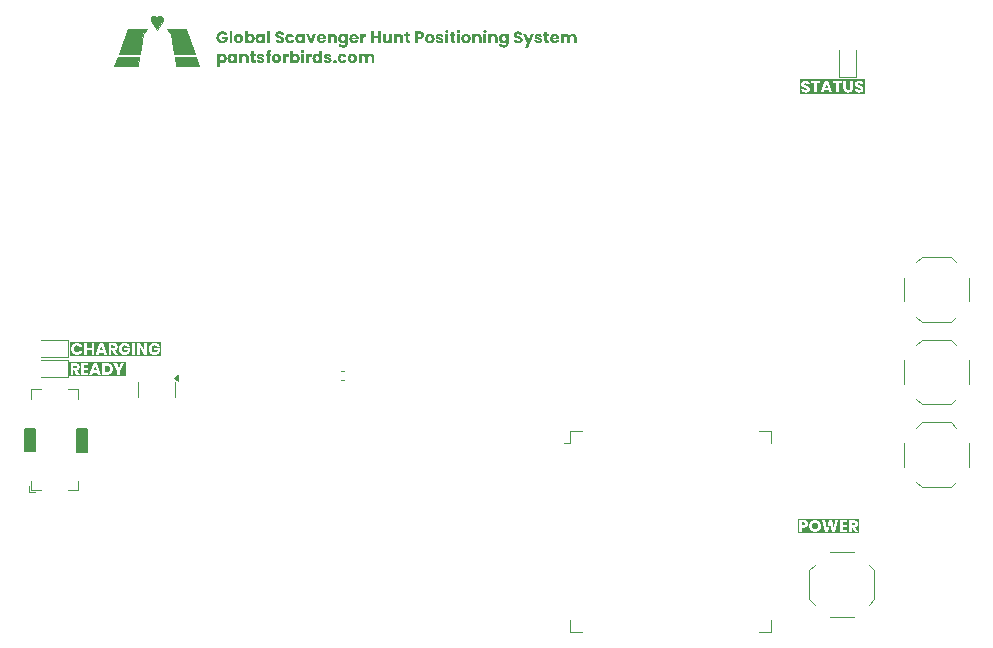
<source format=gto>
G04 #@! TF.GenerationSoftware,KiCad,Pcbnew,8.0.6+1*
G04 #@! TF.CreationDate,2025-03-13T00:19:27+00:00*
G04 #@! TF.ProjectId,gshps,67736870-732e-46b6-9963-61645f706362,D*
G04 #@! TF.SameCoordinates,Original*
G04 #@! TF.FileFunction,Legend,Top*
G04 #@! TF.FilePolarity,Positive*
%FSLAX46Y46*%
G04 Gerber Fmt 4.6, Leading zero omitted, Abs format (unit mm)*
G04 Created by KiCad (PCBNEW 8.0.6+1) date 2025-03-13 00:19:27*
%MOMM*%
%LPD*%
G01*
G04 APERTURE LIST*
%ADD10C,0.150000*%
%ADD11C,0.100000*%
%ADD12C,0.200000*%
%ADD13C,0.120000*%
%ADD14R,1.700000X1.000000*%
%ADD15C,5.000000*%
%ADD16C,0.660000*%
%ADD17O,0.580000X1.000000*%
%ADD18R,0.850000X0.300000*%
%ADD19C,1.100000*%
%ADD20R,1.000000X1.700000*%
%ADD21R,2.000000X1.000000*%
%ADD22O,1.200000X1.750000*%
G04 APERTURE END LIST*
D10*
X36700000Y-59350000D02*
X37600000Y-59350000D01*
X37600000Y-61250000D01*
X36700000Y-61250000D01*
X36700000Y-59350000D01*
G36*
X36700000Y-59350000D02*
G01*
X37600000Y-59350000D01*
X37600000Y-61250000D01*
X36700000Y-61250000D01*
X36700000Y-59350000D01*
G37*
X32300000Y-59300000D02*
X33200000Y-59300000D01*
X33200000Y-61200000D01*
X32300000Y-61200000D01*
X32300000Y-59300000D01*
G36*
X32300000Y-59300000D02*
G01*
X33200000Y-59300000D01*
X33200000Y-61200000D01*
X32300000Y-61200000D01*
X32300000Y-59300000D01*
G37*
D11*
X43500000Y-24500000D02*
X43627000Y-24373000D01*
X43881000Y-24373000D01*
X44008000Y-24500000D01*
X44008000Y-24754000D01*
X43500000Y-25516000D01*
X42992000Y-24754000D01*
X42992000Y-24500000D01*
X43119000Y-24373000D01*
X43246000Y-24373000D01*
X43373000Y-24373000D01*
X43500000Y-24500000D01*
G36*
X43500000Y-24500000D02*
G01*
X43627000Y-24373000D01*
X43881000Y-24373000D01*
X44008000Y-24500000D01*
X44008000Y-24754000D01*
X43500000Y-25516000D01*
X42992000Y-24754000D01*
X42992000Y-24500000D01*
X43119000Y-24373000D01*
X43246000Y-24373000D01*
X43373000Y-24373000D01*
X43500000Y-24500000D01*
G37*
D12*
G36*
X36589140Y-53948453D02*
G01*
X36639416Y-53955238D01*
X36683496Y-53979441D01*
X36706987Y-54013512D01*
X36716224Y-54064193D01*
X36709960Y-54109033D01*
X36683496Y-54152121D01*
X36681418Y-54154014D01*
X36636243Y-54177005D01*
X36585066Y-54182896D01*
X36437299Y-54182896D01*
X36437299Y-53948422D01*
X36585066Y-53948422D01*
X36589140Y-53948453D01*
G37*
G36*
X38406629Y-54370474D02*
G01*
X38164340Y-54370474D01*
X38284752Y-54005575D01*
X38406629Y-54370474D01*
G37*
G36*
X39267840Y-53948719D02*
G01*
X39322325Y-53954431D01*
X39371083Y-53967412D01*
X39419794Y-53991150D01*
X39461025Y-54024382D01*
X39478599Y-54044257D01*
X39506718Y-54089686D01*
X39523633Y-54135648D01*
X39533372Y-54187406D01*
X39536008Y-54236385D01*
X39535715Y-54253179D01*
X39530077Y-54308158D01*
X39517262Y-54357224D01*
X39493830Y-54406057D01*
X39461025Y-54447166D01*
X39451419Y-54456157D01*
X39408318Y-54486321D01*
X39357736Y-54507204D01*
X39307342Y-54517863D01*
X39251221Y-54521416D01*
X39138625Y-54521416D01*
X39138625Y-53948422D01*
X39251221Y-53948422D01*
X39267840Y-53948719D01*
G37*
G36*
X40857098Y-54841111D02*
G01*
X36082678Y-54841111D01*
X36082678Y-54182896D01*
X36193789Y-54182896D01*
X36193789Y-54730000D01*
X36437299Y-54730000D01*
X36437299Y-54354842D01*
X36494452Y-54354842D01*
X36698150Y-54730000D01*
X36968283Y-54730000D01*
X37106280Y-54730000D01*
X37708094Y-54730000D01*
X37792114Y-54730000D01*
X38042707Y-54730000D01*
X38101325Y-54558053D01*
X38468178Y-54558053D01*
X38527041Y-54730000D01*
X38780565Y-54730000D01*
X38705836Y-54521416D01*
X38895115Y-54521416D01*
X38895115Y-54730000D01*
X39263921Y-54730000D01*
X39283011Y-54729757D01*
X39338553Y-54726122D01*
X39391501Y-54718125D01*
X39441856Y-54705766D01*
X39489618Y-54689045D01*
X39534787Y-54667962D01*
X39563260Y-54651605D01*
X39609066Y-54619198D01*
X39649753Y-54581975D01*
X39685322Y-54539937D01*
X39715771Y-54493084D01*
X39719693Y-54486000D01*
X39743660Y-54434634D01*
X39759348Y-54388131D01*
X39770554Y-54339345D01*
X39777277Y-54288274D01*
X39779518Y-54234919D01*
X39779456Y-54225794D01*
X39776468Y-54172453D01*
X39768997Y-54121535D01*
X39757045Y-54073037D01*
X39740610Y-54026961D01*
X39715771Y-53976266D01*
X39699009Y-53949022D01*
X39665710Y-53905109D01*
X39627362Y-53865988D01*
X39583965Y-53831658D01*
X39535519Y-53802121D01*
X39520834Y-53794579D01*
X39474947Y-53774873D01*
X39426312Y-53759545D01*
X39374930Y-53748597D01*
X39320799Y-53742029D01*
X39263921Y-53739839D01*
X38895115Y-53739839D01*
X38895115Y-54521416D01*
X38705836Y-54521416D01*
X38424947Y-53737397D01*
X39822016Y-53737397D01*
X40162247Y-54401981D01*
X40162247Y-54730000D01*
X40405757Y-54730000D01*
X40405757Y-54401981D01*
X40745987Y-53737397D01*
X40477320Y-53737397D01*
X40286078Y-54153098D01*
X40093614Y-53737397D01*
X39822016Y-53737397D01*
X38424947Y-53737397D01*
X38147732Y-53737397D01*
X37920921Y-54370474D01*
X37792114Y-54730000D01*
X37708094Y-54730000D01*
X37708094Y-54542421D01*
X37349790Y-54542421D01*
X37349790Y-54323579D01*
X37669016Y-54323579D01*
X37669016Y-54136001D01*
X37349790Y-54136001D01*
X37349790Y-53932791D01*
X37708094Y-53932791D01*
X37708094Y-53745212D01*
X37106280Y-53745212D01*
X37106280Y-54730000D01*
X36968283Y-54730000D01*
X36741381Y-54336280D01*
X36779927Y-54322527D01*
X36825577Y-54299301D01*
X36869088Y-54266494D01*
X36904291Y-54226615D01*
X36920264Y-54201907D01*
X36942192Y-54154848D01*
X36955349Y-54104465D01*
X36959734Y-54050760D01*
X36959575Y-54039895D01*
X36953998Y-53987517D01*
X36940455Y-53938382D01*
X36918946Y-53892491D01*
X36910977Y-53879430D01*
X36879111Y-53839741D01*
X36839087Y-53805967D01*
X36796092Y-53780628D01*
X36747068Y-53760910D01*
X36698918Y-53748801D01*
X36646463Y-53741791D01*
X36597034Y-53739839D01*
X36193789Y-53739839D01*
X36193789Y-54182896D01*
X36082678Y-54182896D01*
X36082678Y-53626286D01*
X40857098Y-53626286D01*
X40857098Y-54841111D01*
G37*
G36*
X38926727Y-52670474D02*
G01*
X38684438Y-52670474D01*
X38804849Y-52305575D01*
X38926727Y-52670474D01*
G37*
G36*
X39810564Y-52248453D02*
G01*
X39860839Y-52255238D01*
X39904919Y-52279441D01*
X39928411Y-52313512D01*
X39937648Y-52364193D01*
X39931383Y-52409033D01*
X39904919Y-52452121D01*
X39902842Y-52454014D01*
X39857667Y-52477005D01*
X39806489Y-52482896D01*
X39658722Y-52482896D01*
X39658722Y-52248422D01*
X39806489Y-52248422D01*
X39810564Y-52248453D01*
G37*
G36*
X43892408Y-53148926D02*
G01*
X36135783Y-53148926D01*
X36135783Y-52534431D01*
X36246894Y-52534431D01*
X36247140Y-52552652D01*
X36250833Y-52605780D01*
X36258956Y-52656608D01*
X36271509Y-52705134D01*
X36288494Y-52751358D01*
X36309909Y-52795282D01*
X36326437Y-52823019D01*
X36359090Y-52867812D01*
X36396488Y-52907836D01*
X36438631Y-52943092D01*
X36485519Y-52973579D01*
X36536313Y-52998609D01*
X36589958Y-53017491D01*
X36638209Y-53028782D01*
X36688556Y-53035557D01*
X36740997Y-53037815D01*
X36783931Y-53036369D01*
X36835386Y-53030493D01*
X36837710Y-53030000D01*
X37360642Y-53030000D01*
X37604152Y-53030000D01*
X37604152Y-52623579D01*
X37970272Y-52623579D01*
X37970272Y-53030000D01*
X38213782Y-53030000D01*
X38312212Y-53030000D01*
X38562805Y-53030000D01*
X38621423Y-52858053D01*
X38988276Y-52858053D01*
X39047138Y-53030000D01*
X39300662Y-53030000D01*
X39104653Y-52482896D01*
X39415212Y-52482896D01*
X39415212Y-53030000D01*
X39658722Y-53030000D01*
X39658722Y-52654842D01*
X39715875Y-52654842D01*
X39919574Y-53030000D01*
X40189706Y-53030000D01*
X39962805Y-52636280D01*
X40001350Y-52622527D01*
X40047001Y-52599301D01*
X40090512Y-52566494D01*
X40118815Y-52534431D01*
X40280809Y-52534431D01*
X40281056Y-52552652D01*
X40284763Y-52605780D01*
X40292917Y-52656608D01*
X40305519Y-52705134D01*
X40322570Y-52751358D01*
X40344068Y-52795282D01*
X40360722Y-52823019D01*
X40393614Y-52867812D01*
X40431274Y-52907836D01*
X40473703Y-52943092D01*
X40520900Y-52973579D01*
X40535218Y-52981358D01*
X40579640Y-53001683D01*
X40626260Y-53017491D01*
X40675078Y-53028782D01*
X40726094Y-53035557D01*
X40779309Y-53037815D01*
X40794536Y-53037631D01*
X40846267Y-53034087D01*
X40871279Y-53030000D01*
X41394556Y-53030000D01*
X41638066Y-53030000D01*
X41806838Y-53030000D01*
X42050348Y-53030000D01*
X42050348Y-52422568D01*
X42447732Y-53030000D01*
X42691242Y-53030000D01*
X42691242Y-52534431D01*
X42812142Y-52534431D01*
X42812389Y-52552652D01*
X42816096Y-52605780D01*
X42824250Y-52656608D01*
X42836852Y-52705134D01*
X42853903Y-52751358D01*
X42875401Y-52795282D01*
X42892055Y-52823019D01*
X42924947Y-52867812D01*
X42962607Y-52907836D01*
X43005036Y-52943092D01*
X43052233Y-52973579D01*
X43066551Y-52981358D01*
X43110973Y-53001683D01*
X43157593Y-53017491D01*
X43206411Y-53028782D01*
X43257427Y-53035557D01*
X43310642Y-53037815D01*
X43325869Y-53037631D01*
X43377600Y-53034087D01*
X43426901Y-53026031D01*
X43480268Y-53011300D01*
X43530460Y-52990676D01*
X43577065Y-52965168D01*
X43619426Y-52936027D01*
X43657543Y-52903253D01*
X43691416Y-52866845D01*
X43710354Y-52842581D01*
X43739875Y-52797402D01*
X43763523Y-52750291D01*
X43781297Y-52701249D01*
X43781297Y-52482896D01*
X43265457Y-52482896D01*
X43265457Y-52654842D01*
X43566364Y-52654842D01*
X43564606Y-52660086D01*
X43543464Y-52708266D01*
X43515834Y-52748719D01*
X43477948Y-52784291D01*
X43433130Y-52809878D01*
X43381962Y-52824843D01*
X43329937Y-52829232D01*
X43321976Y-52829156D01*
X43269273Y-52824362D01*
X43215509Y-52809754D01*
X43168645Y-52785406D01*
X43128681Y-52751318D01*
X43111565Y-52730836D01*
X43084179Y-52684217D01*
X43067705Y-52637238D01*
X43058219Y-52584486D01*
X43055652Y-52534675D01*
X43055924Y-52518606D01*
X43061158Y-52465582D01*
X43073054Y-52417561D01*
X43094807Y-52368804D01*
X43125261Y-52326580D01*
X43162936Y-52292386D01*
X43206350Y-52267962D01*
X43255504Y-52253307D01*
X43310397Y-52248422D01*
X43330952Y-52249102D01*
X43380318Y-52257232D01*
X43426901Y-52276266D01*
X43435992Y-52281706D01*
X43475261Y-52315473D01*
X43502616Y-52356866D01*
X43764689Y-52356866D01*
X43759486Y-52337924D01*
X43740066Y-52284234D01*
X43714927Y-52235250D01*
X43684070Y-52190972D01*
X43647493Y-52151399D01*
X43605198Y-52116531D01*
X43566222Y-52091482D01*
X43515893Y-52067027D01*
X43461682Y-52048686D01*
X43413542Y-52038072D01*
X43362707Y-52031704D01*
X43309176Y-52029581D01*
X43300155Y-52029644D01*
X43247341Y-52032655D01*
X43196777Y-52040182D01*
X43148463Y-52052226D01*
X43102398Y-52068787D01*
X43051500Y-52093817D01*
X43024118Y-52110612D01*
X42979891Y-52143843D01*
X42940363Y-52181959D01*
X42905533Y-52224960D01*
X42875401Y-52272847D01*
X42867740Y-52287321D01*
X42847725Y-52332243D01*
X42832157Y-52379416D01*
X42821038Y-52428838D01*
X42814366Y-52480509D01*
X42812142Y-52534431D01*
X42691242Y-52534431D01*
X42691242Y-52045212D01*
X42447732Y-52045212D01*
X42447732Y-52655331D01*
X42050348Y-52045212D01*
X41806838Y-52045212D01*
X41806838Y-53030000D01*
X41638066Y-53030000D01*
X41638066Y-52045212D01*
X41394556Y-52045212D01*
X41394556Y-53030000D01*
X40871279Y-53030000D01*
X40895568Y-53026031D01*
X40948935Y-53011300D01*
X40999127Y-52990676D01*
X41045732Y-52965168D01*
X41088093Y-52936027D01*
X41126210Y-52903253D01*
X41160083Y-52866845D01*
X41179022Y-52842581D01*
X41208543Y-52797402D01*
X41232190Y-52750291D01*
X41249965Y-52701249D01*
X41249965Y-52482896D01*
X40734124Y-52482896D01*
X40734124Y-52654842D01*
X41035031Y-52654842D01*
X41033273Y-52660086D01*
X41012131Y-52708266D01*
X40984501Y-52748719D01*
X40946615Y-52784291D01*
X40901797Y-52809878D01*
X40850629Y-52824843D01*
X40798604Y-52829232D01*
X40790644Y-52829156D01*
X40737940Y-52824362D01*
X40684176Y-52809754D01*
X40637312Y-52785406D01*
X40597348Y-52751318D01*
X40580232Y-52730836D01*
X40552846Y-52684217D01*
X40536372Y-52637238D01*
X40526887Y-52584486D01*
X40524319Y-52534675D01*
X40524591Y-52518606D01*
X40529825Y-52465582D01*
X40541721Y-52417561D01*
X40563474Y-52368804D01*
X40593928Y-52326580D01*
X40631603Y-52292386D01*
X40675017Y-52267962D01*
X40724171Y-52253307D01*
X40779064Y-52248422D01*
X40799619Y-52249102D01*
X40848986Y-52257232D01*
X40895568Y-52276266D01*
X40904659Y-52281706D01*
X40943928Y-52315473D01*
X40971284Y-52356866D01*
X41233356Y-52356866D01*
X41228154Y-52337924D01*
X41208733Y-52284234D01*
X41183594Y-52235250D01*
X41152737Y-52190972D01*
X41116161Y-52151399D01*
X41073866Y-52116531D01*
X41034889Y-52091482D01*
X40984560Y-52067027D01*
X40930349Y-52048686D01*
X40882209Y-52038072D01*
X40831374Y-52031704D01*
X40777843Y-52029581D01*
X40768822Y-52029644D01*
X40716008Y-52032655D01*
X40665444Y-52040182D01*
X40617130Y-52052226D01*
X40571066Y-52068787D01*
X40520167Y-52093817D01*
X40492785Y-52110612D01*
X40448558Y-52143843D01*
X40409030Y-52181959D01*
X40374200Y-52224960D01*
X40344068Y-52272847D01*
X40336408Y-52287321D01*
X40316392Y-52332243D01*
X40300825Y-52379416D01*
X40289705Y-52428838D01*
X40283033Y-52480509D01*
X40280809Y-52534431D01*
X40118815Y-52534431D01*
X40125715Y-52526615D01*
X40141687Y-52501907D01*
X40163615Y-52454848D01*
X40176772Y-52404465D01*
X40181158Y-52350760D01*
X40180999Y-52339895D01*
X40175422Y-52287517D01*
X40161879Y-52238382D01*
X40140369Y-52192491D01*
X40132400Y-52179430D01*
X40100534Y-52139741D01*
X40060511Y-52105967D01*
X40017515Y-52080628D01*
X39968492Y-52060910D01*
X39920342Y-52048801D01*
X39867887Y-52041791D01*
X39818457Y-52039839D01*
X39415212Y-52039839D01*
X39415212Y-52482896D01*
X39104653Y-52482896D01*
X38945045Y-52037397D01*
X38667829Y-52037397D01*
X38441018Y-52670474D01*
X38312212Y-53030000D01*
X38213782Y-53030000D01*
X38213782Y-52045212D01*
X37970272Y-52045212D01*
X37970272Y-52436001D01*
X37604152Y-52436001D01*
X37604152Y-52045212D01*
X37360642Y-52045212D01*
X37360642Y-53030000D01*
X36837710Y-53030000D01*
X36884385Y-53020097D01*
X36939941Y-53001656D01*
X36991959Y-52976706D01*
X37040439Y-52945247D01*
X37070290Y-52921040D01*
X37110230Y-52880738D01*
X37144364Y-52835643D01*
X37172695Y-52785758D01*
X37191869Y-52740526D01*
X37207013Y-52691967D01*
X36943963Y-52691967D01*
X36932022Y-52714193D01*
X36900258Y-52755218D01*
X36860432Y-52786489D01*
X36836211Y-52799147D01*
X36787446Y-52814406D01*
X36738066Y-52818974D01*
X36691671Y-52815257D01*
X36643570Y-52801908D01*
X36595734Y-52775285D01*
X36558792Y-52741304D01*
X36550511Y-52731363D01*
X36522728Y-52687552D01*
X36503494Y-52637268D01*
X36493677Y-52587961D01*
X36490404Y-52533698D01*
X36490671Y-52517660D01*
X36495814Y-52464743D01*
X36507501Y-52416828D01*
X36528872Y-52368193D01*
X36558792Y-52326092D01*
X36590829Y-52295828D01*
X36637927Y-52267840D01*
X36685371Y-52253277D01*
X36738066Y-52248422D01*
X36763280Y-52249564D01*
X36814315Y-52259874D01*
X36860432Y-52280907D01*
X36882879Y-52296533D01*
X36918364Y-52333056D01*
X36943963Y-52375429D01*
X37207013Y-52375429D01*
X37198410Y-52345938D01*
X37180848Y-52299439D01*
X37154453Y-52248016D01*
X37122253Y-52201367D01*
X37084248Y-52159493D01*
X37040439Y-52122393D01*
X37000285Y-52095655D01*
X36948856Y-52069552D01*
X36893890Y-52049974D01*
X36845383Y-52038644D01*
X36794418Y-52031847D01*
X36740997Y-52029581D01*
X36688556Y-52031839D01*
X36638209Y-52038614D01*
X36589958Y-52049905D01*
X36536313Y-52068787D01*
X36485519Y-52093817D01*
X36458145Y-52110612D01*
X36413968Y-52143843D01*
X36374537Y-52181959D01*
X36339850Y-52224960D01*
X36309909Y-52272847D01*
X36302278Y-52287321D01*
X36282340Y-52332243D01*
X36266832Y-52379416D01*
X36255756Y-52428838D01*
X36249109Y-52480509D01*
X36246894Y-52534431D01*
X36135783Y-52534431D01*
X36135783Y-51918470D01*
X43892408Y-51918470D01*
X43892408Y-53148926D01*
G37*
G36*
X99233002Y-67248498D02*
G01*
X99281912Y-67253277D01*
X99332257Y-67267840D01*
X99376679Y-67292111D01*
X99415177Y-67326092D01*
X99423784Y-67335975D01*
X99452658Y-67379610D01*
X99472648Y-67429810D01*
X99482851Y-67479119D01*
X99486252Y-67533454D01*
X99485974Y-67549376D01*
X99480630Y-67601995D01*
X99468483Y-67649774D01*
X99446273Y-67698455D01*
X99415177Y-67740816D01*
X99410689Y-67745625D01*
X99371450Y-67778597D01*
X99326288Y-67801800D01*
X99275203Y-67815234D01*
X99225645Y-67818974D01*
X99218213Y-67818898D01*
X99168843Y-67814119D01*
X99118117Y-67799556D01*
X99073466Y-67775285D01*
X99034891Y-67741304D01*
X99026285Y-67731391D01*
X98997411Y-67687633D01*
X98977421Y-67637311D01*
X98967218Y-67587895D01*
X98963817Y-67533454D01*
X98964094Y-67517242D01*
X98969439Y-67463867D01*
X98981585Y-67415729D01*
X99003796Y-67367124D01*
X99034891Y-67325359D01*
X99039381Y-67320625D01*
X99078716Y-67288168D01*
X99124126Y-67265327D01*
X99175611Y-67252104D01*
X99225645Y-67248422D01*
X99233002Y-67248498D01*
G37*
G36*
X98270454Y-67232823D02*
G01*
X98322119Y-67239982D01*
X98367131Y-67265519D01*
X98393240Y-67307945D01*
X98400593Y-67358087D01*
X98393240Y-67408055D01*
X98367131Y-67450411D01*
X98360601Y-67456217D01*
X98315545Y-67477534D01*
X98266259Y-67482896D01*
X98137299Y-67482896D01*
X98137299Y-67232791D01*
X98266259Y-67232791D01*
X98270454Y-67232823D01*
G37*
G36*
X102492071Y-67248453D02*
G01*
X102542347Y-67255238D01*
X102586427Y-67279441D01*
X102609918Y-67313512D01*
X102619155Y-67364193D01*
X102612891Y-67409033D01*
X102586427Y-67452121D01*
X102584349Y-67454014D01*
X102539174Y-67477005D01*
X102487997Y-67482896D01*
X102340230Y-67482896D01*
X102340230Y-67248422D01*
X102487997Y-67248422D01*
X102492071Y-67248453D01*
G37*
G36*
X102982325Y-68148926D02*
G01*
X97782678Y-68148926D01*
X97782678Y-67482896D01*
X97893789Y-67482896D01*
X97893789Y-68030000D01*
X98137299Y-68030000D01*
X98137299Y-67670474D01*
X98284822Y-67670474D01*
X98335323Y-67668417D01*
X98388488Y-67661029D01*
X98436798Y-67648267D01*
X98485345Y-67627487D01*
X98495286Y-67621978D01*
X98540071Y-67591286D01*
X98576650Y-67555346D01*
X98592068Y-67532965D01*
X98720307Y-67532965D01*
X98720314Y-67533454D01*
X98720572Y-67550897D01*
X98724550Y-67603353D01*
X98733303Y-67653800D01*
X98746830Y-67702237D01*
X98765131Y-67748665D01*
X98788206Y-67793084D01*
X98810658Y-67828010D01*
X98845977Y-67872699D01*
X98885831Y-67912480D01*
X98930220Y-67947352D01*
X98971877Y-67973335D01*
X98986438Y-67981143D01*
X99031197Y-68001545D01*
X99077571Y-68017413D01*
X99125559Y-68028748D01*
X99175161Y-68035548D01*
X99226378Y-68037815D01*
X99235040Y-68037752D01*
X99286022Y-68034730D01*
X99335304Y-68027174D01*
X99382885Y-68015084D01*
X99436248Y-67995248D01*
X99480146Y-67973335D01*
X99514927Y-67951933D01*
X99559693Y-67917762D01*
X99599878Y-67878683D01*
X99635481Y-67834695D01*
X99662351Y-67793084D01*
X99670514Y-67778501D01*
X99691844Y-67733412D01*
X99708433Y-67686315D01*
X99720283Y-67637207D01*
X99727392Y-67586091D01*
X99729762Y-67532965D01*
X99729502Y-67515036D01*
X99725595Y-67462623D01*
X99717000Y-67412271D01*
X99703716Y-67363980D01*
X99685744Y-67317749D01*
X99663084Y-67273579D01*
X99641119Y-67238864D01*
X99606320Y-67194410D01*
X99566800Y-67154795D01*
X99522558Y-67120018D01*
X99480879Y-67094061D01*
X99466346Y-67086253D01*
X99421650Y-67065851D01*
X99375305Y-67049983D01*
X99355104Y-67045212D01*
X99808408Y-67045212D01*
X100057780Y-68030000D01*
X100347452Y-68030000D01*
X100509874Y-67381779D01*
X100666678Y-68030000D01*
X100956594Y-68030000D01*
X101339567Y-68030000D01*
X101941381Y-68030000D01*
X101941381Y-67842421D01*
X101583077Y-67842421D01*
X101583077Y-67623579D01*
X101902302Y-67623579D01*
X101902302Y-67482896D01*
X102096720Y-67482896D01*
X102096720Y-68030000D01*
X102340230Y-68030000D01*
X102340230Y-67654842D01*
X102397383Y-67654842D01*
X102601081Y-68030000D01*
X102871214Y-68030000D01*
X102644312Y-67636280D01*
X102682858Y-67622527D01*
X102728508Y-67599301D01*
X102772019Y-67566494D01*
X102807222Y-67526615D01*
X102823194Y-67501907D01*
X102845123Y-67454848D01*
X102858280Y-67404465D01*
X102862665Y-67350760D01*
X102862506Y-67339895D01*
X102856929Y-67287517D01*
X102843386Y-67238382D01*
X102821877Y-67192491D01*
X102813908Y-67179430D01*
X102782041Y-67139741D01*
X102742018Y-67105967D01*
X102699023Y-67080628D01*
X102649999Y-67060910D01*
X102601849Y-67048801D01*
X102549394Y-67041791D01*
X102499965Y-67039839D01*
X102096720Y-67039839D01*
X102096720Y-67482896D01*
X101902302Y-67482896D01*
X101902302Y-67436001D01*
X101583077Y-67436001D01*
X101583077Y-67232791D01*
X101941381Y-67232791D01*
X101941381Y-67045212D01*
X101339567Y-67045212D01*
X101339567Y-68030000D01*
X100956594Y-68030000D01*
X101212561Y-67045212D01*
X100955129Y-67045212D01*
X100812247Y-67762065D01*
X100644207Y-67045212D01*
X100381158Y-67045212D01*
X100206036Y-67762065D01*
X100064619Y-67045212D01*
X99808408Y-67045212D01*
X99355104Y-67045212D01*
X99327311Y-67038648D01*
X99277669Y-67031848D01*
X99226378Y-67029581D01*
X99209126Y-67029833D01*
X99158448Y-67033611D01*
X99109383Y-67041923D01*
X99061934Y-67054768D01*
X99016098Y-67072148D01*
X98971877Y-67094061D01*
X98936931Y-67115445D01*
X98891895Y-67149531D01*
X98851393Y-67188455D01*
X98815426Y-67232217D01*
X98788206Y-67273579D01*
X98779984Y-67288074D01*
X98758500Y-67332930D01*
X98741790Y-67379848D01*
X98729855Y-67428826D01*
X98722694Y-67479865D01*
X98720307Y-67532965D01*
X98592068Y-67532965D01*
X98605024Y-67514159D01*
X98609756Y-67505339D01*
X98628838Y-67459525D01*
X98640286Y-67410848D01*
X98644103Y-67359309D01*
X98643744Y-67342274D01*
X98638367Y-67293386D01*
X98624824Y-67242963D01*
X98603314Y-67196643D01*
X98595354Y-67183631D01*
X98563640Y-67144132D01*
X98523960Y-67110596D01*
X98481437Y-67085512D01*
X98432809Y-67066031D01*
X98384750Y-67054067D01*
X98332142Y-67047141D01*
X98282379Y-67045212D01*
X97893789Y-67045212D01*
X97893789Y-67482896D01*
X97782678Y-67482896D01*
X97782678Y-66918470D01*
X102982325Y-66918470D01*
X102982325Y-68148926D01*
G37*
G36*
X49237369Y-25976866D02*
G01*
X49210013Y-25935473D01*
X49170744Y-25901706D01*
X49161653Y-25896266D01*
X49115071Y-25877232D01*
X49065704Y-25869102D01*
X49045150Y-25868422D01*
X48990256Y-25873307D01*
X48941102Y-25887962D01*
X48897688Y-25912386D01*
X48860013Y-25946580D01*
X48829559Y-25988804D01*
X48807807Y-26037561D01*
X48795910Y-26085582D01*
X48790676Y-26138606D01*
X48790404Y-26154675D01*
X48792972Y-26204486D01*
X48802457Y-26257238D01*
X48818931Y-26304217D01*
X48846317Y-26350836D01*
X48863433Y-26371318D01*
X48903397Y-26405406D01*
X48950261Y-26429754D01*
X49004025Y-26444362D01*
X49056729Y-26449156D01*
X49064689Y-26449232D01*
X49116715Y-26444843D01*
X49167882Y-26429878D01*
X49212700Y-26404291D01*
X49250586Y-26368719D01*
X49278216Y-26328266D01*
X49299359Y-26280086D01*
X49301116Y-26274842D01*
X49000209Y-26274842D01*
X49000209Y-26102896D01*
X49516050Y-26102896D01*
X49516050Y-26321249D01*
X49498275Y-26370291D01*
X49474628Y-26417402D01*
X49445107Y-26462581D01*
X49426168Y-26486845D01*
X49392295Y-26523253D01*
X49354178Y-26556027D01*
X49311817Y-26585168D01*
X49265212Y-26610676D01*
X49215020Y-26631300D01*
X49161653Y-26646031D01*
X49112353Y-26654087D01*
X49060621Y-26657631D01*
X49045394Y-26657815D01*
X48992179Y-26655557D01*
X48941163Y-26648782D01*
X48892345Y-26637491D01*
X48845725Y-26621683D01*
X48801304Y-26601358D01*
X48786985Y-26593579D01*
X48739788Y-26563092D01*
X48697359Y-26527836D01*
X48659699Y-26487812D01*
X48626807Y-26443019D01*
X48610153Y-26415282D01*
X48588655Y-26371358D01*
X48571605Y-26325134D01*
X48559002Y-26276608D01*
X48550848Y-26225780D01*
X48547141Y-26172652D01*
X48546894Y-26154431D01*
X48549118Y-26100509D01*
X48555790Y-26048838D01*
X48566910Y-25999416D01*
X48582477Y-25952243D01*
X48602493Y-25907321D01*
X48610153Y-25892847D01*
X48640285Y-25844960D01*
X48675115Y-25801959D01*
X48714643Y-25763843D01*
X48758870Y-25730612D01*
X48786252Y-25713817D01*
X48837151Y-25688787D01*
X48883215Y-25672226D01*
X48931530Y-25660182D01*
X48982094Y-25652655D01*
X49034907Y-25649644D01*
X49043928Y-25649581D01*
X49097459Y-25651704D01*
X49148294Y-25658072D01*
X49196435Y-25668686D01*
X49250645Y-25687027D01*
X49300974Y-25711482D01*
X49339951Y-25736531D01*
X49382246Y-25771399D01*
X49418822Y-25810972D01*
X49449680Y-25855250D01*
X49474818Y-25904234D01*
X49494239Y-25957924D01*
X49499441Y-25976866D01*
X49237369Y-25976866D01*
G37*
G36*
X49904152Y-25602686D02*
G01*
X49904152Y-26650000D01*
X49660642Y-26650000D01*
X49660642Y-25602686D01*
X49904152Y-25602686D01*
G37*
G36*
X50466060Y-25862932D02*
G01*
X50519675Y-25871286D01*
X50570451Y-25885716D01*
X50618387Y-25906221D01*
X50624180Y-25909211D01*
X50668006Y-25936062D01*
X50706917Y-25968257D01*
X50740912Y-26005794D01*
X50769993Y-26048674D01*
X50793287Y-26095996D01*
X50809926Y-26146859D01*
X50819910Y-26201264D01*
X50823185Y-26251774D01*
X50823237Y-26259211D01*
X50820655Y-26310108D01*
X50811377Y-26364956D01*
X50795353Y-26416262D01*
X50772581Y-26464027D01*
X50769260Y-26469748D01*
X50739920Y-26512537D01*
X50705635Y-26550043D01*
X50666403Y-26582268D01*
X50622226Y-26609211D01*
X50574217Y-26630475D01*
X50523490Y-26645664D01*
X50470047Y-26654778D01*
X50421055Y-26657768D01*
X50413886Y-26657815D01*
X50364763Y-26655489D01*
X50311312Y-26647136D01*
X50260730Y-26632706D01*
X50213019Y-26612201D01*
X50207257Y-26609211D01*
X50163797Y-26582314D01*
X50125252Y-26550226D01*
X50091623Y-26512949D01*
X50062909Y-26470481D01*
X50039935Y-26423388D01*
X50023525Y-26372479D01*
X50013679Y-26317753D01*
X50010449Y-26266737D01*
X50010397Y-26259211D01*
X50253907Y-26259211D01*
X50258344Y-26312200D01*
X50273472Y-26361012D01*
X50299337Y-26399895D01*
X50340276Y-26431839D01*
X50388874Y-26447497D01*
X50413886Y-26449232D01*
X50462659Y-26442294D01*
X50508984Y-26419119D01*
X50531123Y-26399895D01*
X50560741Y-26356984D01*
X50575883Y-26307270D01*
X50579727Y-26259211D01*
X50575124Y-26206222D01*
X50559426Y-26157410D01*
X50532588Y-26118527D01*
X50490859Y-26086583D01*
X50441873Y-26070925D01*
X50416817Y-26069190D01*
X50367427Y-26076025D01*
X50321517Y-26098856D01*
X50300069Y-26117794D01*
X50271939Y-26160464D01*
X50257559Y-26210501D01*
X50253907Y-26259211D01*
X50010397Y-26259211D01*
X50012945Y-26208314D01*
X50022097Y-26153466D01*
X50037904Y-26102160D01*
X50060366Y-26054395D01*
X50063642Y-26048674D01*
X50092722Y-26005794D01*
X50126718Y-25968257D01*
X50165629Y-25936062D01*
X50209455Y-25909211D01*
X50257128Y-25887947D01*
X50307580Y-25872758D01*
X50360809Y-25863644D01*
X50409664Y-25860654D01*
X50416817Y-25860607D01*
X50466060Y-25862932D01*
G37*
G36*
X51207431Y-25982484D02*
G01*
X51239059Y-25941656D01*
X51276840Y-25910052D01*
X51302686Y-25894312D01*
X51347612Y-25875122D01*
X51396751Y-25863898D01*
X51445080Y-25860607D01*
X51497486Y-25864451D01*
X51546995Y-25875985D01*
X51593605Y-25895209D01*
X51618248Y-25909211D01*
X51659230Y-25939737D01*
X51695073Y-25976908D01*
X51725777Y-26020726D01*
X51740614Y-26047941D01*
X51760382Y-26094942D01*
X51774502Y-26145577D01*
X51782974Y-26199845D01*
X51785754Y-26250309D01*
X51785799Y-26257745D01*
X51783636Y-26308642D01*
X51775870Y-26363490D01*
X51762456Y-26414797D01*
X51743394Y-26462561D01*
X51740614Y-26468283D01*
X51716113Y-26511224D01*
X51683696Y-26553292D01*
X51646140Y-26588753D01*
X51618248Y-26608722D01*
X51573247Y-26632454D01*
X51525349Y-26648419D01*
X51474552Y-26656617D01*
X51445080Y-26657815D01*
X51396121Y-26654643D01*
X51346951Y-26643825D01*
X51302686Y-26625331D01*
X51260783Y-26597945D01*
X51223760Y-26561456D01*
X51207431Y-26538869D01*
X51207431Y-26650000D01*
X50963921Y-26650000D01*
X50963921Y-26259211D01*
X51207431Y-26259211D01*
X51212154Y-26310693D01*
X51228258Y-26358948D01*
X51255792Y-26398429D01*
X51295233Y-26429387D01*
X51344705Y-26446801D01*
X51374249Y-26449232D01*
X51423571Y-26441985D01*
X51470492Y-26417777D01*
X51492951Y-26397697D01*
X51523016Y-26353744D01*
X51538386Y-26304463D01*
X51542288Y-26257745D01*
X51537542Y-26206359D01*
X51521356Y-26158429D01*
X51493684Y-26119504D01*
X51454220Y-26088844D01*
X51404258Y-26071598D01*
X51374249Y-26069190D01*
X51324847Y-26076368D01*
X51278073Y-26100346D01*
X51255792Y-26120237D01*
X51226322Y-26163594D01*
X51211257Y-26212570D01*
X51207431Y-26259211D01*
X50963921Y-26259211D01*
X50963921Y-25602686D01*
X51207431Y-25602686D01*
X51207431Y-25982484D01*
G37*
G36*
X52245987Y-25863874D02*
G01*
X52295992Y-25875017D01*
X52341207Y-25894068D01*
X52383865Y-25921866D01*
X52420932Y-25958492D01*
X52436950Y-25981018D01*
X52436950Y-25868422D01*
X52680460Y-25868422D01*
X52680460Y-26650000D01*
X52436950Y-26650000D01*
X52436950Y-26537404D01*
X52404057Y-26577834D01*
X52365681Y-26609072D01*
X52339741Y-26624598D01*
X52294527Y-26643510D01*
X52244522Y-26654571D01*
X52194905Y-26657815D01*
X52142776Y-26653932D01*
X52093274Y-26642282D01*
X52046399Y-26622865D01*
X52021493Y-26608722D01*
X51979981Y-26577667D01*
X51943646Y-26540003D01*
X51912489Y-26495733D01*
X51897418Y-26468283D01*
X51877542Y-26420961D01*
X51863346Y-26370097D01*
X51854828Y-26315692D01*
X51852033Y-26265182D01*
X51851988Y-26257745D01*
X52095498Y-26257745D01*
X52100340Y-26309299D01*
X52116851Y-26357798D01*
X52145080Y-26397697D01*
X52185471Y-26429101D01*
X52231908Y-26446011D01*
X52266224Y-26449232D01*
X52316657Y-26442088D01*
X52360975Y-26420655D01*
X52387124Y-26398429D01*
X52417487Y-26354924D01*
X52433009Y-26305871D01*
X52436950Y-26259211D01*
X52432084Y-26207753D01*
X52415492Y-26159579D01*
X52387124Y-26120237D01*
X52346882Y-26089130D01*
X52300525Y-26072380D01*
X52266224Y-26069190D01*
X52215758Y-26076265D01*
X52171336Y-26097492D01*
X52145080Y-26119504D01*
X52114866Y-26162414D01*
X52099420Y-26211163D01*
X52095498Y-26257745D01*
X51851988Y-26257745D01*
X51854162Y-26206884D01*
X51861970Y-26152162D01*
X51875457Y-26101073D01*
X51894623Y-26053617D01*
X51897418Y-26047941D01*
X51922300Y-26005382D01*
X51955182Y-25963779D01*
X51993243Y-25928823D01*
X52021493Y-25909211D01*
X52067024Y-25885716D01*
X52115414Y-25869910D01*
X52166663Y-25861793D01*
X52196371Y-25860607D01*
X52245987Y-25863874D01*
G37*
G36*
X53108618Y-25602686D02*
G01*
X53108618Y-26650000D01*
X52865108Y-26650000D01*
X52865108Y-25602686D01*
X53108618Y-25602686D01*
G37*
G36*
X53920481Y-26657815D02*
G01*
X53868366Y-26655648D01*
X53818998Y-26649145D01*
X53766744Y-26636647D01*
X53728506Y-26623133D01*
X53683518Y-26600996D01*
X53639831Y-26570237D01*
X53602775Y-26532990D01*
X53592951Y-26520551D01*
X53566161Y-26475242D01*
X53549293Y-26424495D01*
X53542595Y-26374173D01*
X53542149Y-26356420D01*
X53790788Y-26356420D01*
X53803428Y-26405329D01*
X53829623Y-26441172D01*
X53873054Y-26464674D01*
X53915596Y-26470237D01*
X53964323Y-26464070D01*
X54001570Y-26445568D01*
X54029569Y-26405091D01*
X54033321Y-26377424D01*
X54019445Y-26329385D01*
X54008653Y-26316608D01*
X53967388Y-26286616D01*
X53948080Y-26277285D01*
X53901507Y-26259505D01*
X53854171Y-26244326D01*
X53845987Y-26241870D01*
X53795032Y-26225246D01*
X53744895Y-26206775D01*
X53697624Y-26186457D01*
X53689916Y-26182763D01*
X53647005Y-26156499D01*
X53608766Y-26122404D01*
X53585868Y-26095324D01*
X53560977Y-26051343D01*
X53547315Y-26004097D01*
X53542192Y-25949934D01*
X53542149Y-25944138D01*
X53545635Y-25894492D01*
X53558515Y-25841891D01*
X53580884Y-25795016D01*
X53612744Y-25753868D01*
X53641311Y-25727983D01*
X53687689Y-25697434D01*
X53739840Y-25674388D01*
X53789136Y-25660606D01*
X53842673Y-25652337D01*
X53900453Y-25649581D01*
X53949665Y-25651459D01*
X54004643Y-25658672D01*
X54055173Y-25671294D01*
X54101254Y-25689326D01*
X54149395Y-25717201D01*
X54162037Y-25726517D01*
X54200676Y-25763075D01*
X54229824Y-25805431D01*
X54249482Y-25853583D01*
X54259650Y-25907532D01*
X54261200Y-25940963D01*
X54011095Y-25940963D01*
X54000585Y-25893126D01*
X53977878Y-25865003D01*
X53934404Y-25842489D01*
X53892149Y-25837159D01*
X53842957Y-25846223D01*
X53819853Y-25860362D01*
X53794437Y-25904316D01*
X53792254Y-25927285D01*
X53806396Y-25974692D01*
X53836950Y-26002267D01*
X53881529Y-26024624D01*
X53927067Y-26042808D01*
X53976413Y-26059909D01*
X54027035Y-26077969D01*
X54076666Y-26097537D01*
X54123216Y-26118456D01*
X54130774Y-26122191D01*
X54173020Y-26148134D01*
X54210733Y-26181633D01*
X54233356Y-26208164D01*
X54258108Y-26250681D01*
X54272586Y-26300991D01*
X54276831Y-26353489D01*
X54272681Y-26404804D01*
X54260230Y-26453113D01*
X54239479Y-26498417D01*
X54234333Y-26507117D01*
X54204027Y-26547551D01*
X54166231Y-26582451D01*
X54120946Y-26611817D01*
X54110990Y-26617027D01*
X54063334Y-26636744D01*
X54011042Y-26650008D01*
X53960667Y-26656381D01*
X53920481Y-26657815D01*
G37*
G36*
X54371598Y-26259211D02*
G01*
X54373970Y-26207778D01*
X54381088Y-26159267D01*
X54395032Y-26107404D01*
X54415175Y-26059356D01*
X54421179Y-26047941D01*
X54448534Y-26005382D01*
X54480774Y-25968073D01*
X54517899Y-25936017D01*
X54559909Y-25909211D01*
X54605964Y-25887947D01*
X54655225Y-25872758D01*
X54707691Y-25863644D01*
X54763363Y-25860607D01*
X54816801Y-25863320D01*
X54866838Y-25871460D01*
X54920917Y-25887816D01*
X54970368Y-25911558D01*
X55009071Y-25937787D01*
X55049087Y-25974581D01*
X55082582Y-26017429D01*
X55109555Y-26066330D01*
X55127484Y-26113065D01*
X55138764Y-26155408D01*
X54883775Y-26155408D01*
X54857862Y-26109941D01*
X54815694Y-26079378D01*
X54764937Y-26069274D01*
X54759211Y-26069190D01*
X54710182Y-26077333D01*
X54667119Y-26104314D01*
X54654187Y-26118527D01*
X54630373Y-26161323D01*
X54618199Y-26211053D01*
X54615108Y-26259211D01*
X54618924Y-26312329D01*
X54631938Y-26361227D01*
X54654187Y-26400139D01*
X54693643Y-26433699D01*
X54743198Y-26448465D01*
X54759211Y-26449232D01*
X54811151Y-26440812D01*
X54854620Y-26412101D01*
X54881716Y-26368319D01*
X54883775Y-26363014D01*
X55138764Y-26363014D01*
X55124811Y-26412511D01*
X55106032Y-26457868D01*
X55078024Y-26505554D01*
X55043448Y-26547607D01*
X55008583Y-26579169D01*
X54962872Y-26609813D01*
X54912719Y-26632931D01*
X54858126Y-26648522D01*
X54807797Y-26655895D01*
X54763363Y-26657815D01*
X54714475Y-26655489D01*
X54661608Y-26647136D01*
X54611946Y-26632706D01*
X54565490Y-26612201D01*
X54559909Y-26609211D01*
X54517899Y-26582314D01*
X54480774Y-26550226D01*
X54448534Y-26512949D01*
X54421179Y-26470481D01*
X54399487Y-26423388D01*
X54383993Y-26372479D01*
X54374696Y-26317753D01*
X54371646Y-26266737D01*
X54371598Y-26259211D01*
G37*
G36*
X55612631Y-25863874D02*
G01*
X55662636Y-25875017D01*
X55707850Y-25894068D01*
X55750509Y-25921866D01*
X55787575Y-25958492D01*
X55803593Y-25981018D01*
X55803593Y-25868422D01*
X56047103Y-25868422D01*
X56047103Y-26650000D01*
X55803593Y-26650000D01*
X55803593Y-26537404D01*
X55770701Y-26577834D01*
X55732324Y-26609072D01*
X55706385Y-26624598D01*
X55661170Y-26643510D01*
X55611165Y-26654571D01*
X55561549Y-26657815D01*
X55509419Y-26653932D01*
X55459917Y-26642282D01*
X55413042Y-26622865D01*
X55388136Y-26608722D01*
X55346624Y-26577667D01*
X55310290Y-26540003D01*
X55279133Y-26495733D01*
X55264061Y-26468283D01*
X55244186Y-26420961D01*
X55229989Y-26370097D01*
X55221471Y-26315692D01*
X55218676Y-26265182D01*
X55218632Y-26257745D01*
X55462142Y-26257745D01*
X55466984Y-26309299D01*
X55483495Y-26357798D01*
X55511723Y-26397697D01*
X55552115Y-26429101D01*
X55598551Y-26446011D01*
X55632868Y-26449232D01*
X55683300Y-26442088D01*
X55727619Y-26420655D01*
X55753768Y-26398429D01*
X55784130Y-26354924D01*
X55799652Y-26305871D01*
X55803593Y-26259211D01*
X55798728Y-26207753D01*
X55782135Y-26159579D01*
X55753768Y-26120237D01*
X55713525Y-26089130D01*
X55667168Y-26072380D01*
X55632868Y-26069190D01*
X55582401Y-26076265D01*
X55537979Y-26097492D01*
X55511723Y-26119504D01*
X55481510Y-26162414D01*
X55466064Y-26211163D01*
X55462142Y-26257745D01*
X55218632Y-26257745D01*
X55220806Y-26206884D01*
X55228614Y-26152162D01*
X55242101Y-26101073D01*
X55261266Y-26053617D01*
X55264061Y-26047941D01*
X55288943Y-26005382D01*
X55321826Y-25963779D01*
X55359886Y-25928823D01*
X55388136Y-25909211D01*
X55433667Y-25885716D01*
X55482057Y-25869910D01*
X55533307Y-25861793D01*
X55563014Y-25860607D01*
X55612631Y-25863874D01*
G37*
G36*
X56576133Y-26428960D02*
G01*
X56745638Y-25868422D01*
X57000383Y-25868422D01*
X56723168Y-26650000D01*
X56427878Y-26650000D01*
X56150662Y-25868422D01*
X56406873Y-25868422D01*
X56576133Y-26428960D01*
G37*
G36*
X57502669Y-25863599D02*
G01*
X57554570Y-25872575D01*
X57603297Y-25887534D01*
X57648848Y-25908478D01*
X57690522Y-25934856D01*
X57731639Y-25970663D01*
X57766651Y-26012961D01*
X57786601Y-26044766D01*
X57808293Y-26090928D01*
X57823787Y-26140753D01*
X57833084Y-26194242D01*
X57836134Y-26244051D01*
X57836182Y-26251395D01*
X57834037Y-26301361D01*
X57832030Y-26321737D01*
X57291521Y-26321737D01*
X57303262Y-26372527D01*
X57330989Y-26413976D01*
X57338415Y-26420655D01*
X57381299Y-26445024D01*
X57432554Y-26454473D01*
X57440020Y-26454605D01*
X57490596Y-26448070D01*
X57537307Y-26422974D01*
X57564584Y-26387683D01*
X57818108Y-26387683D01*
X57802819Y-26434289D01*
X57778894Y-26482140D01*
X57750682Y-26522536D01*
X57747522Y-26526413D01*
X57713090Y-26562281D01*
X57673601Y-26592950D01*
X57629055Y-26618419D01*
X57619539Y-26622889D01*
X57569794Y-26641307D01*
X57521923Y-26652051D01*
X57471116Y-26657270D01*
X57447592Y-26657815D01*
X57398668Y-26655489D01*
X57345675Y-26647136D01*
X57295796Y-26632706D01*
X57249032Y-26612201D01*
X57243405Y-26609211D01*
X57201151Y-26582314D01*
X57163782Y-26550226D01*
X57131297Y-26512949D01*
X57103698Y-26470481D01*
X57081686Y-26423388D01*
X57065963Y-26372479D01*
X57056529Y-26317753D01*
X57053433Y-26266737D01*
X57053384Y-26259211D01*
X57055757Y-26207778D01*
X57059678Y-26181053D01*
X57292986Y-26181053D01*
X57592672Y-26181053D01*
X57584631Y-26132607D01*
X57558170Y-26091284D01*
X57550662Y-26084333D01*
X57506663Y-26058387D01*
X57457269Y-26048503D01*
X57445638Y-26048185D01*
X57396498Y-26054824D01*
X57351940Y-26076669D01*
X57344033Y-26082868D01*
X57312259Y-26121593D01*
X57295095Y-26169358D01*
X57292986Y-26181053D01*
X57059678Y-26181053D01*
X57062874Y-26159267D01*
X57076819Y-26107404D01*
X57096961Y-26059356D01*
X57102965Y-26047941D01*
X57130244Y-26005382D01*
X57162500Y-25968073D01*
X57199731Y-25936017D01*
X57241939Y-25909211D01*
X57288407Y-25887947D01*
X57338171Y-25872758D01*
X57391233Y-25863644D01*
X57440367Y-25860654D01*
X57447592Y-25860607D01*
X57502669Y-25863599D01*
G37*
G36*
X58449965Y-25860607D02*
G01*
X58499498Y-25863732D01*
X58552382Y-25875279D01*
X58599983Y-25895335D01*
X58642302Y-25923899D01*
X58669295Y-25949511D01*
X58701271Y-25991586D01*
X58725394Y-26040018D01*
X58741663Y-26094809D01*
X58749357Y-26146833D01*
X58751360Y-26193754D01*
X58751360Y-26650000D01*
X58507850Y-26650000D01*
X58507850Y-26231856D01*
X58503117Y-26183002D01*
X58485319Y-26135685D01*
X58467794Y-26112177D01*
X58427676Y-26082791D01*
X58376993Y-26069862D01*
X58360572Y-26069190D01*
X58310315Y-26076285D01*
X58266290Y-26099793D01*
X58253105Y-26112177D01*
X58225890Y-26156121D01*
X58214693Y-26204207D01*
X58213293Y-26231856D01*
X58213293Y-26650000D01*
X57969783Y-26650000D01*
X57969783Y-25868422D01*
X58213293Y-25868422D01*
X58213293Y-25976866D01*
X58247014Y-25936916D01*
X58285511Y-25906623D01*
X58311235Y-25891870D01*
X58359709Y-25872819D01*
X58407886Y-25863080D01*
X58449965Y-25860607D01*
G37*
G36*
X59244033Y-25863874D02*
G01*
X59294039Y-25875017D01*
X59339253Y-25894068D01*
X59381911Y-25921866D01*
X59418978Y-25958492D01*
X59434996Y-25981018D01*
X59434996Y-25868422D01*
X59678506Y-25868422D01*
X59678506Y-26645359D01*
X59675819Y-26697825D01*
X59667759Y-26747758D01*
X59654326Y-26795156D01*
X59635519Y-26840020D01*
X59607784Y-26886247D01*
X59572940Y-26926832D01*
X59530985Y-26961775D01*
X59504605Y-26978750D01*
X59457955Y-27001404D01*
X59405931Y-27017585D01*
X59356003Y-27026434D01*
X59301960Y-27030328D01*
X59285764Y-27030530D01*
X59232947Y-27028526D01*
X59183339Y-27022516D01*
X59128044Y-27010013D01*
X59077368Y-26991741D01*
X59031312Y-26967698D01*
X59003175Y-26948464D01*
X58965780Y-26915746D01*
X58930422Y-26872431D01*
X58903970Y-26823576D01*
X58886424Y-26769181D01*
X58879344Y-26726936D01*
X59116015Y-26726936D01*
X59138194Y-26770522D01*
X59169016Y-26796301D01*
X59215971Y-26815535D01*
X59265172Y-26821846D01*
X59272819Y-26821946D01*
X59324098Y-26816004D01*
X59370116Y-26796157D01*
X59390788Y-26779692D01*
X59419411Y-26736977D01*
X59432233Y-26687735D01*
X59434996Y-26644382D01*
X59434996Y-26534717D01*
X59402224Y-26575783D01*
X59364174Y-26607680D01*
X59338520Y-26623621D01*
X59289404Y-26644458D01*
X59239192Y-26655110D01*
X59194417Y-26657815D01*
X59141579Y-26653932D01*
X59091600Y-26642282D01*
X59044481Y-26622865D01*
X59019539Y-26608722D01*
X58978027Y-26577667D01*
X58941692Y-26540003D01*
X58910536Y-26495733D01*
X58895464Y-26468283D01*
X58875588Y-26420961D01*
X58861392Y-26370097D01*
X58852874Y-26315692D01*
X58850079Y-26265182D01*
X58850034Y-26257745D01*
X59093545Y-26257745D01*
X59098386Y-26309299D01*
X59114897Y-26357798D01*
X59143126Y-26397697D01*
X59183517Y-26429101D01*
X59229954Y-26446011D01*
X59264270Y-26449232D01*
X59314703Y-26442088D01*
X59359021Y-26420655D01*
X59385170Y-26398429D01*
X59415533Y-26354924D01*
X59431055Y-26305871D01*
X59434996Y-26259211D01*
X59430130Y-26207753D01*
X59413538Y-26159579D01*
X59385170Y-26120237D01*
X59344928Y-26089130D01*
X59298571Y-26072380D01*
X59264270Y-26069190D01*
X59213804Y-26076265D01*
X59169382Y-26097492D01*
X59143126Y-26119504D01*
X59112912Y-26162414D01*
X59097466Y-26211163D01*
X59093545Y-26257745D01*
X58850034Y-26257745D01*
X58852208Y-26206884D01*
X58860016Y-26152162D01*
X58873503Y-26101073D01*
X58892669Y-26053617D01*
X58895464Y-26047941D01*
X58920346Y-26005382D01*
X58953228Y-25963779D01*
X58991289Y-25928823D01*
X59019539Y-25909211D01*
X59065070Y-25885716D01*
X59113460Y-25869910D01*
X59164709Y-25861793D01*
X59194417Y-25860607D01*
X59244033Y-25863874D01*
G37*
G36*
X60257728Y-25863599D02*
G01*
X60309630Y-25872575D01*
X60358356Y-25887534D01*
X60403907Y-25908478D01*
X60445581Y-25934856D01*
X60486699Y-25970663D01*
X60521711Y-26012961D01*
X60541660Y-26044766D01*
X60563352Y-26090928D01*
X60578846Y-26140753D01*
X60588143Y-26194242D01*
X60591193Y-26244051D01*
X60591242Y-26251395D01*
X60589097Y-26301361D01*
X60587090Y-26321737D01*
X60046580Y-26321737D01*
X60058321Y-26372527D01*
X60086049Y-26413976D01*
X60093475Y-26420655D01*
X60136358Y-26445024D01*
X60187613Y-26454473D01*
X60195080Y-26454605D01*
X60245655Y-26448070D01*
X60292367Y-26422974D01*
X60319644Y-26387683D01*
X60573168Y-26387683D01*
X60557879Y-26434289D01*
X60533953Y-26482140D01*
X60505741Y-26522536D01*
X60502581Y-26526413D01*
X60468149Y-26562281D01*
X60428660Y-26592950D01*
X60384114Y-26618419D01*
X60374598Y-26622889D01*
X60324853Y-26641307D01*
X60276982Y-26652051D01*
X60226175Y-26657270D01*
X60202651Y-26657815D01*
X60153728Y-26655489D01*
X60100735Y-26647136D01*
X60050856Y-26632706D01*
X60004091Y-26612201D01*
X59998464Y-26609211D01*
X59956210Y-26582314D01*
X59918841Y-26550226D01*
X59886357Y-26512949D01*
X59858757Y-26470481D01*
X59836745Y-26423388D01*
X59821022Y-26372479D01*
X59811588Y-26317753D01*
X59808492Y-26266737D01*
X59808443Y-26259211D01*
X59810816Y-26207778D01*
X59814737Y-26181053D01*
X60048046Y-26181053D01*
X60347732Y-26181053D01*
X60339691Y-26132607D01*
X60313229Y-26091284D01*
X60305722Y-26084333D01*
X60261722Y-26058387D01*
X60212328Y-26048503D01*
X60200697Y-26048185D01*
X60151557Y-26054824D01*
X60106999Y-26076669D01*
X60099092Y-26082868D01*
X60067318Y-26121593D01*
X60050154Y-26169358D01*
X60048046Y-26181053D01*
X59814737Y-26181053D01*
X59817933Y-26159267D01*
X59831878Y-26107404D01*
X59852021Y-26059356D01*
X59858025Y-26047941D01*
X59885303Y-26005382D01*
X59917559Y-25968073D01*
X59954791Y-25936017D01*
X59996999Y-25909211D01*
X60043466Y-25887947D01*
X60093230Y-25872758D01*
X60146292Y-25863644D01*
X60195426Y-25860654D01*
X60202651Y-25860607D01*
X60257728Y-25863599D01*
G37*
G36*
X60968353Y-25997138D02*
G01*
X60999155Y-25956794D01*
X61034806Y-25922741D01*
X61071423Y-25897243D01*
X61115719Y-25876385D01*
X61163305Y-25864184D01*
X61209420Y-25860607D01*
X61209420Y-26110711D01*
X61144452Y-26110711D01*
X61093662Y-26114504D01*
X61044111Y-26129067D01*
X61012316Y-26149546D01*
X60983852Y-26190575D01*
X60971100Y-26240404D01*
X60968353Y-26285345D01*
X60968353Y-26650000D01*
X60724842Y-26650000D01*
X60724842Y-25868422D01*
X60968353Y-25868422D01*
X60968353Y-25997138D01*
G37*
G36*
X62472889Y-25665212D02*
G01*
X62472889Y-26650000D01*
X62229378Y-26650000D01*
X62229378Y-26243579D01*
X61863258Y-26243579D01*
X61863258Y-26650000D01*
X61619748Y-26650000D01*
X61619748Y-25665212D01*
X61863258Y-25665212D01*
X61863258Y-26056001D01*
X62229378Y-26056001D01*
X62229378Y-25665212D01*
X62472889Y-25665212D01*
G37*
G36*
X63408583Y-25868422D02*
G01*
X63408583Y-26650000D01*
X63165073Y-26650000D01*
X63165073Y-26538625D01*
X63131231Y-26578817D01*
X63092408Y-26609763D01*
X63066399Y-26625087D01*
X63017867Y-26645031D01*
X62965694Y-26655770D01*
X62928890Y-26657815D01*
X62880131Y-26654666D01*
X62829851Y-26643780D01*
X62783674Y-26625118D01*
X62770621Y-26618004D01*
X62730883Y-26589510D01*
X62697157Y-26554100D01*
X62669441Y-26511772D01*
X62664619Y-26502477D01*
X62644784Y-26452579D01*
X62633213Y-26403266D01*
X62627593Y-26349779D01*
X62627006Y-26324668D01*
X62627006Y-25868422D01*
X62870516Y-25868422D01*
X62870516Y-26286322D01*
X62875220Y-26335343D01*
X62892910Y-26382859D01*
X62910327Y-26406489D01*
X62950352Y-26435708D01*
X63000755Y-26448564D01*
X63017062Y-26449232D01*
X63067911Y-26442178D01*
X63112122Y-26418803D01*
X63125261Y-26406489D01*
X63152476Y-26362331D01*
X63163673Y-26314063D01*
X63165073Y-26286322D01*
X63165073Y-25868422D01*
X63408583Y-25868422D01*
G37*
G36*
X64065596Y-25860607D02*
G01*
X64115130Y-25863732D01*
X64168014Y-25875279D01*
X64215615Y-25895335D01*
X64257933Y-25923899D01*
X64284926Y-25949511D01*
X64316903Y-25991586D01*
X64341026Y-26040018D01*
X64357295Y-26094809D01*
X64364988Y-26146833D01*
X64366992Y-26193754D01*
X64366992Y-26650000D01*
X64123482Y-26650000D01*
X64123482Y-26231856D01*
X64118749Y-26183002D01*
X64100950Y-26135685D01*
X64083426Y-26112177D01*
X64043308Y-26082791D01*
X63992625Y-26069862D01*
X63976203Y-26069190D01*
X63925946Y-26076285D01*
X63881922Y-26099793D01*
X63868736Y-26112177D01*
X63841521Y-26156121D01*
X63830324Y-26204207D01*
X63828925Y-26231856D01*
X63828925Y-26650000D01*
X63585415Y-26650000D01*
X63585415Y-25868422D01*
X63828925Y-25868422D01*
X63828925Y-25976866D01*
X63862645Y-25936916D01*
X63901142Y-25906623D01*
X63926866Y-25891870D01*
X63975341Y-25872819D01*
X64023517Y-25863080D01*
X64065596Y-25860607D01*
G37*
G36*
X64965875Y-26441416D02*
G01*
X64965875Y-26650000D01*
X64841311Y-26650000D01*
X64785880Y-26647008D01*
X64736058Y-26638032D01*
X64685988Y-26620446D01*
X64643246Y-26595045D01*
X64633705Y-26587473D01*
X64597813Y-26545905D01*
X64575770Y-26498446D01*
X64564096Y-26448804D01*
X64559528Y-26391590D01*
X64559455Y-26382798D01*
X64559455Y-26077006D01*
X64465666Y-26077006D01*
X64465666Y-25868422D01*
X64559455Y-25868422D01*
X64559455Y-25673028D01*
X64802965Y-25673028D01*
X64802965Y-25868422D01*
X64965875Y-25868422D01*
X64965875Y-26077006D01*
X64802965Y-26077006D01*
X64802965Y-26378157D01*
X64818207Y-26424826D01*
X64820307Y-26426762D01*
X64868232Y-26441187D01*
X64877948Y-26441416D01*
X64965875Y-26441416D01*
G37*
G36*
X65830188Y-25667141D02*
G01*
X65882796Y-25674067D01*
X65930855Y-25686031D01*
X65979483Y-25705512D01*
X66022006Y-25730596D01*
X66061686Y-25764132D01*
X66093400Y-25803631D01*
X66101360Y-25816643D01*
X66122870Y-25862963D01*
X66136413Y-25913386D01*
X66141790Y-25962274D01*
X66142149Y-25979309D01*
X66138333Y-26030848D01*
X66126884Y-26079525D01*
X66107802Y-26125339D01*
X66103070Y-26134159D01*
X66074696Y-26175346D01*
X66038117Y-26211286D01*
X65993332Y-26241978D01*
X65983391Y-26247487D01*
X65934844Y-26268267D01*
X65886534Y-26281029D01*
X65833369Y-26288417D01*
X65782868Y-26290474D01*
X65635345Y-26290474D01*
X65635345Y-26650000D01*
X65391835Y-26650000D01*
X65391835Y-26102896D01*
X65635345Y-26102896D01*
X65764305Y-26102896D01*
X65813591Y-26097534D01*
X65858647Y-26076217D01*
X65865177Y-26070411D01*
X65891286Y-26028055D01*
X65898639Y-25978087D01*
X65891286Y-25927945D01*
X65865177Y-25885519D01*
X65820165Y-25859982D01*
X65768500Y-25852823D01*
X65764305Y-25852791D01*
X65635345Y-25852791D01*
X65635345Y-26102896D01*
X65391835Y-26102896D01*
X65391835Y-25665212D01*
X65780425Y-25665212D01*
X65830188Y-25667141D01*
G37*
G36*
X66658384Y-25862932D02*
G01*
X66711999Y-25871286D01*
X66762774Y-25885716D01*
X66810711Y-25906221D01*
X66816503Y-25909211D01*
X66860330Y-25936062D01*
X66899241Y-25968257D01*
X66933236Y-26005794D01*
X66962316Y-26048674D01*
X66985611Y-26095996D01*
X67002250Y-26146859D01*
X67012233Y-26201264D01*
X67015509Y-26251774D01*
X67015561Y-26259211D01*
X67012978Y-26310108D01*
X67003701Y-26364956D01*
X66987676Y-26416262D01*
X66964904Y-26464027D01*
X66961584Y-26469748D01*
X66932244Y-26512537D01*
X66897958Y-26550043D01*
X66858727Y-26582268D01*
X66814549Y-26609211D01*
X66766540Y-26630475D01*
X66715814Y-26645664D01*
X66662371Y-26654778D01*
X66613379Y-26657768D01*
X66606210Y-26657815D01*
X66557086Y-26655489D01*
X66503635Y-26647136D01*
X66453054Y-26632706D01*
X66405343Y-26612201D01*
X66399581Y-26609211D01*
X66356121Y-26582314D01*
X66317576Y-26550226D01*
X66283947Y-26512949D01*
X66255233Y-26470481D01*
X66232259Y-26423388D01*
X66215849Y-26372479D01*
X66206003Y-26317753D01*
X66202772Y-26266737D01*
X66202721Y-26259211D01*
X66446231Y-26259211D01*
X66450668Y-26312200D01*
X66465796Y-26361012D01*
X66491660Y-26399895D01*
X66532599Y-26431839D01*
X66581197Y-26447497D01*
X66606210Y-26449232D01*
X66654982Y-26442294D01*
X66701308Y-26419119D01*
X66723447Y-26399895D01*
X66753065Y-26356984D01*
X66768206Y-26307270D01*
X66772051Y-26259211D01*
X66767448Y-26206222D01*
X66751750Y-26157410D01*
X66724912Y-26118527D01*
X66683183Y-26086583D01*
X66634197Y-26070925D01*
X66609141Y-26069190D01*
X66559751Y-26076025D01*
X66513841Y-26098856D01*
X66492393Y-26117794D01*
X66464263Y-26160464D01*
X66449883Y-26210501D01*
X66446231Y-26259211D01*
X66202721Y-26259211D01*
X66205269Y-26208314D01*
X66214420Y-26153466D01*
X66230227Y-26102160D01*
X66252690Y-26054395D01*
X66255966Y-26048674D01*
X66285046Y-26005794D01*
X66319042Y-25968257D01*
X66357953Y-25936062D01*
X66401779Y-25909211D01*
X66449452Y-25887947D01*
X66499904Y-25872758D01*
X66553133Y-25863644D01*
X66601988Y-25860654D01*
X66609141Y-25860607D01*
X66658384Y-25862932D01*
G37*
G36*
X67454221Y-26657815D02*
G01*
X67405174Y-26655663D01*
X67353317Y-26648096D01*
X67304977Y-26635081D01*
X67274703Y-26623377D01*
X67228898Y-26599349D01*
X67189485Y-26570311D01*
X67153514Y-26532585D01*
X67150628Y-26528855D01*
X67124099Y-26485845D01*
X67106980Y-26439429D01*
X67099581Y-26394277D01*
X67331612Y-26394277D01*
X67349789Y-26441185D01*
X67369469Y-26460467D01*
X67415209Y-26481676D01*
X67452756Y-26485868D01*
X67503120Y-26478400D01*
X67522365Y-26468527D01*
X67547010Y-26424828D01*
X67547034Y-26423098D01*
X67522343Y-26379216D01*
X67512351Y-26373761D01*
X67463369Y-26355599D01*
X67414185Y-26341534D01*
X67400000Y-26337857D01*
X67350641Y-26325454D01*
X67302572Y-26311370D01*
X67261025Y-26296824D01*
X67215244Y-26273156D01*
X67175353Y-26239763D01*
X67165038Y-26228436D01*
X67139103Y-26184933D01*
X67126899Y-26135188D01*
X67124982Y-26101919D01*
X67130988Y-26049637D01*
X67149007Y-26001145D01*
X67161374Y-25980041D01*
X67193694Y-25941905D01*
X67235700Y-25910295D01*
X67269085Y-25892847D01*
X67316283Y-25875845D01*
X67368729Y-25865140D01*
X67420416Y-25860890D01*
X67438590Y-25860607D01*
X67490831Y-25863114D01*
X67546310Y-25872377D01*
X67595898Y-25888466D01*
X67639595Y-25911380D01*
X67667201Y-25931926D01*
X67704525Y-25970516D01*
X67732964Y-26014968D01*
X67752518Y-26065282D01*
X67762341Y-26114115D01*
X67763189Y-26121458D01*
X67547034Y-26121458D01*
X67529037Y-26075181D01*
X67511130Y-26056734D01*
X67465735Y-26035954D01*
X67431263Y-26032554D01*
X67382399Y-26040173D01*
X67366294Y-26048674D01*
X67343824Y-26092637D01*
X67367203Y-26136283D01*
X67379239Y-26143196D01*
X67428034Y-26160911D01*
X67475925Y-26173499D01*
X67489637Y-26176657D01*
X67540269Y-26190500D01*
X67588803Y-26205618D01*
X67629832Y-26220621D01*
X67674705Y-26244737D01*
X67714435Y-26279044D01*
X67724842Y-26290718D01*
X67751410Y-26335294D01*
X67763912Y-26386173D01*
X67765875Y-26420167D01*
X67760552Y-26469432D01*
X67742769Y-26518228D01*
X67728018Y-26542533D01*
X67694919Y-26579604D01*
X67652409Y-26610218D01*
X67618841Y-26627041D01*
X67572225Y-26643269D01*
X67521220Y-26653488D01*
X67471564Y-26657545D01*
X67454221Y-26657815D01*
G37*
G36*
X68046755Y-25790265D02*
G01*
X67996606Y-25783018D01*
X67952524Y-25759173D01*
X67944905Y-25752407D01*
X67915413Y-25709848D01*
X67905621Y-25661852D01*
X67905582Y-25658374D01*
X67914223Y-25608628D01*
X67942486Y-25565031D01*
X67944905Y-25562630D01*
X67986991Y-25535282D01*
X68035276Y-25524863D01*
X68046755Y-25524528D01*
X68096189Y-25531821D01*
X68139816Y-25555821D01*
X68147383Y-25562630D01*
X68175783Y-25602644D01*
X68186795Y-25651245D01*
X68186950Y-25658374D01*
X68178256Y-25706892D01*
X68149817Y-25750008D01*
X68147383Y-25752407D01*
X68105687Y-25779580D01*
X68054332Y-25790117D01*
X68046755Y-25790265D01*
G37*
G36*
X68171318Y-25868422D02*
G01*
X68171318Y-26650000D01*
X67927808Y-26650000D01*
X67927808Y-25868422D01*
X68171318Y-25868422D01*
G37*
G36*
X68786810Y-26441416D02*
G01*
X68786810Y-26650000D01*
X68662247Y-26650000D01*
X68606815Y-26647008D01*
X68556993Y-26638032D01*
X68506923Y-26620446D01*
X68464181Y-26595045D01*
X68454640Y-26587473D01*
X68418748Y-26545905D01*
X68396705Y-26498446D01*
X68385031Y-26448804D01*
X68380463Y-26391590D01*
X68380390Y-26382798D01*
X68380390Y-26077006D01*
X68286601Y-26077006D01*
X68286601Y-25868422D01*
X68380390Y-25868422D01*
X68380390Y-25673028D01*
X68623900Y-25673028D01*
X68623900Y-25868422D01*
X68786810Y-25868422D01*
X68786810Y-26077006D01*
X68623900Y-26077006D01*
X68623900Y-26378157D01*
X68639142Y-26424826D01*
X68641242Y-26426762D01*
X68689167Y-26441187D01*
X68698883Y-26441416D01*
X68786810Y-26441416D01*
G37*
G36*
X69026657Y-25790265D02*
G01*
X68976508Y-25783018D01*
X68932426Y-25759173D01*
X68924808Y-25752407D01*
X68895315Y-25709848D01*
X68885523Y-25661852D01*
X68885484Y-25658374D01*
X68894125Y-25608628D01*
X68922388Y-25565031D01*
X68924808Y-25562630D01*
X68966893Y-25535282D01*
X69015179Y-25524863D01*
X69026657Y-25524528D01*
X69076091Y-25531821D01*
X69119719Y-25555821D01*
X69127285Y-25562630D01*
X69155685Y-25602644D01*
X69166698Y-25651245D01*
X69166852Y-25658374D01*
X69158158Y-25706892D01*
X69129719Y-25750008D01*
X69127285Y-25752407D01*
X69085590Y-25779580D01*
X69034234Y-25790117D01*
X69026657Y-25790265D01*
G37*
G36*
X69151221Y-25868422D02*
G01*
X69151221Y-26650000D01*
X68907711Y-26650000D01*
X68907711Y-25868422D01*
X69151221Y-25868422D01*
G37*
G36*
X69722166Y-25862932D02*
G01*
X69775781Y-25871286D01*
X69826557Y-25885716D01*
X69874493Y-25906221D01*
X69880286Y-25909211D01*
X69924112Y-25936062D01*
X69963023Y-25968257D01*
X69997018Y-26005794D01*
X70026099Y-26048674D01*
X70049393Y-26095996D01*
X70066032Y-26146859D01*
X70076016Y-26201264D01*
X70079292Y-26251774D01*
X70079344Y-26259211D01*
X70076761Y-26310108D01*
X70067483Y-26364956D01*
X70051459Y-26416262D01*
X70028687Y-26464027D01*
X70025366Y-26469748D01*
X69996026Y-26512537D01*
X69961741Y-26550043D01*
X69922509Y-26582268D01*
X69878332Y-26609211D01*
X69830323Y-26630475D01*
X69779596Y-26645664D01*
X69726153Y-26654778D01*
X69677161Y-26657768D01*
X69669993Y-26657815D01*
X69620869Y-26655489D01*
X69567418Y-26647136D01*
X69516837Y-26632706D01*
X69469125Y-26612201D01*
X69463363Y-26609211D01*
X69419903Y-26582314D01*
X69381359Y-26550226D01*
X69347729Y-26512949D01*
X69319016Y-26470481D01*
X69296041Y-26423388D01*
X69279631Y-26372479D01*
X69269785Y-26317753D01*
X69266555Y-26266737D01*
X69266503Y-26259211D01*
X69510013Y-26259211D01*
X69514450Y-26312200D01*
X69529578Y-26361012D01*
X69555443Y-26399895D01*
X69596382Y-26431839D01*
X69644980Y-26447497D01*
X69669993Y-26449232D01*
X69718765Y-26442294D01*
X69765090Y-26419119D01*
X69787229Y-26399895D01*
X69816847Y-26356984D01*
X69831989Y-26307270D01*
X69835833Y-26259211D01*
X69831230Y-26206222D01*
X69815532Y-26157410D01*
X69788695Y-26118527D01*
X69746965Y-26086583D01*
X69697979Y-26070925D01*
X69672923Y-26069190D01*
X69623533Y-26076025D01*
X69577623Y-26098856D01*
X69556175Y-26117794D01*
X69528045Y-26160464D01*
X69513665Y-26210501D01*
X69510013Y-26259211D01*
X69266503Y-26259211D01*
X69269051Y-26208314D01*
X69278203Y-26153466D01*
X69294010Y-26102160D01*
X69316472Y-26054395D01*
X69319748Y-26048674D01*
X69348828Y-26005794D01*
X69382824Y-25968257D01*
X69421735Y-25936062D01*
X69465561Y-25909211D01*
X69513234Y-25887947D01*
X69563686Y-25872758D01*
X69616915Y-25863644D01*
X69665771Y-25860654D01*
X69672923Y-25860607D01*
X69722166Y-25862932D01*
G37*
G36*
X70700209Y-25860607D02*
G01*
X70749742Y-25863732D01*
X70802626Y-25875279D01*
X70850227Y-25895335D01*
X70892546Y-25923899D01*
X70919539Y-25949511D01*
X70951516Y-25991586D01*
X70975638Y-26040018D01*
X70991907Y-26094809D01*
X70999601Y-26146833D01*
X71001605Y-26193754D01*
X71001605Y-26650000D01*
X70758094Y-26650000D01*
X70758094Y-26231856D01*
X70753361Y-26183002D01*
X70735563Y-26135685D01*
X70718039Y-26112177D01*
X70677921Y-26082791D01*
X70627237Y-26069862D01*
X70610816Y-26069190D01*
X70560559Y-26076285D01*
X70516534Y-26099793D01*
X70503349Y-26112177D01*
X70476134Y-26156121D01*
X70464937Y-26204207D01*
X70463538Y-26231856D01*
X70463538Y-26650000D01*
X70220027Y-26650000D01*
X70220027Y-25868422D01*
X70463538Y-25868422D01*
X70463538Y-25976866D01*
X70497258Y-25936916D01*
X70535755Y-25906623D01*
X70561479Y-25891870D01*
X70609953Y-25872819D01*
X70658130Y-25863080D01*
X70700209Y-25860607D01*
G37*
G36*
X71272714Y-25790265D02*
G01*
X71222565Y-25783018D01*
X71178483Y-25759173D01*
X71170865Y-25752407D01*
X71141372Y-25709848D01*
X71131580Y-25661852D01*
X71131542Y-25658374D01*
X71140182Y-25608628D01*
X71168446Y-25565031D01*
X71170865Y-25562630D01*
X71212950Y-25535282D01*
X71261236Y-25524863D01*
X71272714Y-25524528D01*
X71322148Y-25531821D01*
X71365776Y-25555821D01*
X71373342Y-25562630D01*
X71401743Y-25602644D01*
X71412755Y-25651245D01*
X71412909Y-25658374D01*
X71404215Y-25706892D01*
X71375776Y-25750008D01*
X71373342Y-25752407D01*
X71331647Y-25779580D01*
X71280291Y-25790117D01*
X71272714Y-25790265D01*
G37*
G36*
X71397278Y-25868422D02*
G01*
X71397278Y-26650000D01*
X71153768Y-26650000D01*
X71153768Y-25868422D01*
X71397278Y-25868422D01*
G37*
G36*
X72055268Y-25860607D02*
G01*
X72104802Y-25863732D01*
X72157686Y-25875279D01*
X72205287Y-25895335D01*
X72247605Y-25923899D01*
X72274598Y-25949511D01*
X72306575Y-25991586D01*
X72330698Y-26040018D01*
X72346967Y-26094809D01*
X72354660Y-26146833D01*
X72356664Y-26193754D01*
X72356664Y-26650000D01*
X72113154Y-26650000D01*
X72113154Y-26231856D01*
X72108421Y-26183002D01*
X72090622Y-26135685D01*
X72073098Y-26112177D01*
X72032980Y-26082791D01*
X71982297Y-26069862D01*
X71965875Y-26069190D01*
X71915619Y-26076285D01*
X71871594Y-26099793D01*
X71858408Y-26112177D01*
X71831193Y-26156121D01*
X71819996Y-26204207D01*
X71818597Y-26231856D01*
X71818597Y-26650000D01*
X71575087Y-26650000D01*
X71575087Y-25868422D01*
X71818597Y-25868422D01*
X71818597Y-25976866D01*
X71852317Y-25936916D01*
X71890814Y-25906623D01*
X71916538Y-25891870D01*
X71965013Y-25872819D01*
X72013189Y-25863080D01*
X72055268Y-25860607D01*
G37*
G36*
X72849337Y-25863874D02*
G01*
X72899342Y-25875017D01*
X72944556Y-25894068D01*
X72987215Y-25921866D01*
X73024281Y-25958492D01*
X73040300Y-25981018D01*
X73040300Y-25868422D01*
X73283810Y-25868422D01*
X73283810Y-26645359D01*
X73281123Y-26697825D01*
X73273063Y-26747758D01*
X73259630Y-26795156D01*
X73240823Y-26840020D01*
X73213088Y-26886247D01*
X73178243Y-26926832D01*
X73136289Y-26961775D01*
X73109909Y-26978750D01*
X73063258Y-27001404D01*
X73011235Y-27017585D01*
X72961306Y-27026434D01*
X72907264Y-27030328D01*
X72891067Y-27030530D01*
X72838251Y-27028526D01*
X72788643Y-27022516D01*
X72733347Y-27010013D01*
X72682672Y-26991741D01*
X72636616Y-26967698D01*
X72608478Y-26948464D01*
X72571083Y-26915746D01*
X72535726Y-26872431D01*
X72509274Y-26823576D01*
X72491728Y-26769181D01*
X72484647Y-26726936D01*
X72721318Y-26726936D01*
X72743498Y-26770522D01*
X72774319Y-26796301D01*
X72821275Y-26815535D01*
X72870475Y-26821846D01*
X72878122Y-26821946D01*
X72929402Y-26816004D01*
X72975420Y-26796157D01*
X72996092Y-26779692D01*
X73024715Y-26736977D01*
X73037537Y-26687735D01*
X73040300Y-26644382D01*
X73040300Y-26534717D01*
X73007528Y-26575783D01*
X72969477Y-26607680D01*
X72943824Y-26623621D01*
X72894708Y-26644458D01*
X72844496Y-26655110D01*
X72799720Y-26657815D01*
X72746882Y-26653932D01*
X72696904Y-26642282D01*
X72649784Y-26622865D01*
X72624842Y-26608722D01*
X72583330Y-26577667D01*
X72546996Y-26540003D01*
X72515839Y-26495733D01*
X72500767Y-26468283D01*
X72480892Y-26420961D01*
X72466695Y-26370097D01*
X72458177Y-26315692D01*
X72455382Y-26265182D01*
X72455338Y-26257745D01*
X72698848Y-26257745D01*
X72703690Y-26309299D01*
X72720201Y-26357798D01*
X72748429Y-26397697D01*
X72788821Y-26429101D01*
X72835258Y-26446011D01*
X72869574Y-26449232D01*
X72920006Y-26442088D01*
X72964325Y-26420655D01*
X72990474Y-26398429D01*
X73020836Y-26354924D01*
X73036358Y-26305871D01*
X73040300Y-26259211D01*
X73035434Y-26207753D01*
X73018841Y-26159579D01*
X72990474Y-26120237D01*
X72950231Y-26089130D01*
X72903875Y-26072380D01*
X72869574Y-26069190D01*
X72819107Y-26076265D01*
X72774685Y-26097492D01*
X72748429Y-26119504D01*
X72718216Y-26162414D01*
X72702770Y-26211163D01*
X72698848Y-26257745D01*
X72455338Y-26257745D01*
X72457512Y-26206884D01*
X72465320Y-26152162D01*
X72478807Y-26101073D01*
X72497972Y-26053617D01*
X72500767Y-26047941D01*
X72525649Y-26005382D01*
X72558532Y-25963779D01*
X72596592Y-25928823D01*
X72624842Y-25909211D01*
X72670373Y-25885716D01*
X72718763Y-25869910D01*
X72770013Y-25861793D01*
X72799720Y-25860607D01*
X72849337Y-25863874D01*
G37*
G36*
X74111549Y-26657815D02*
G01*
X74059433Y-26655648D01*
X74010066Y-26649145D01*
X73957812Y-26636647D01*
X73919574Y-26623133D01*
X73874586Y-26600996D01*
X73830899Y-26570237D01*
X73793843Y-26532990D01*
X73784019Y-26520551D01*
X73757229Y-26475242D01*
X73740361Y-26424495D01*
X73733663Y-26374173D01*
X73733217Y-26356420D01*
X73981856Y-26356420D01*
X73994495Y-26405329D01*
X74020690Y-26441172D01*
X74064122Y-26464674D01*
X74106664Y-26470237D01*
X74155390Y-26464070D01*
X74192637Y-26445568D01*
X74220637Y-26405091D01*
X74224389Y-26377424D01*
X74210513Y-26329385D01*
X74199720Y-26316608D01*
X74158455Y-26286616D01*
X74139148Y-26277285D01*
X74092575Y-26259505D01*
X74045239Y-26244326D01*
X74037055Y-26241870D01*
X73986099Y-26225246D01*
X73935963Y-26206775D01*
X73888691Y-26186457D01*
X73880983Y-26182763D01*
X73838073Y-26156499D01*
X73799834Y-26122404D01*
X73776936Y-26095324D01*
X73752045Y-26051343D01*
X73738383Y-26004097D01*
X73733259Y-25949934D01*
X73733217Y-25944138D01*
X73736703Y-25894492D01*
X73749582Y-25841891D01*
X73771952Y-25795016D01*
X73803812Y-25753868D01*
X73832379Y-25727983D01*
X73878756Y-25697434D01*
X73930907Y-25674388D01*
X73980203Y-25660606D01*
X74033741Y-25652337D01*
X74091521Y-25649581D01*
X74140733Y-25651459D01*
X74195711Y-25658672D01*
X74246240Y-25671294D01*
X74292322Y-25689326D01*
X74340462Y-25717201D01*
X74353105Y-25726517D01*
X74391743Y-25763075D01*
X74420892Y-25805431D01*
X74440550Y-25853583D01*
X74450718Y-25907532D01*
X74452267Y-25940963D01*
X74202163Y-25940963D01*
X74191653Y-25893126D01*
X74168946Y-25865003D01*
X74125471Y-25842489D01*
X74083217Y-25837159D01*
X74034024Y-25846223D01*
X74010921Y-25860362D01*
X73985504Y-25904316D01*
X73983321Y-25927285D01*
X73997463Y-25974692D01*
X74028018Y-26002267D01*
X74072597Y-26024624D01*
X74118135Y-26042808D01*
X74167480Y-26059909D01*
X74218103Y-26077969D01*
X74267734Y-26097537D01*
X74314284Y-26118456D01*
X74321842Y-26122191D01*
X74364088Y-26148134D01*
X74401801Y-26181633D01*
X74424424Y-26208164D01*
X74449176Y-26250681D01*
X74463653Y-26300991D01*
X74467899Y-26353489D01*
X74463749Y-26404804D01*
X74451298Y-26453113D01*
X74430547Y-26498417D01*
X74425401Y-26507117D01*
X74395095Y-26547551D01*
X74357299Y-26582451D01*
X74312014Y-26611817D01*
X74302058Y-26617027D01*
X74254402Y-26636744D01*
X74202109Y-26650008D01*
X74151734Y-26656381D01*
X74111549Y-26657815D01*
G37*
G36*
X75416294Y-25868422D02*
G01*
X74926099Y-27025157D01*
X74668667Y-27025157D01*
X74847697Y-26626064D01*
X74529937Y-25868422D01*
X74797383Y-25868422D01*
X74978122Y-26358862D01*
X75157152Y-25868422D01*
X75416294Y-25868422D01*
G37*
G36*
X75807327Y-26657815D02*
G01*
X75758280Y-26655663D01*
X75706423Y-26648096D01*
X75658082Y-26635081D01*
X75627808Y-26623377D01*
X75582003Y-26599349D01*
X75542590Y-26570311D01*
X75506619Y-26532585D01*
X75503733Y-26528855D01*
X75477205Y-26485845D01*
X75460085Y-26439429D01*
X75452686Y-26394277D01*
X75684717Y-26394277D01*
X75702894Y-26441185D01*
X75722575Y-26460467D01*
X75768314Y-26481676D01*
X75805861Y-26485868D01*
X75856226Y-26478400D01*
X75875471Y-26468527D01*
X75900115Y-26424828D01*
X75900139Y-26423098D01*
X75875448Y-26379216D01*
X75865457Y-26373761D01*
X75816474Y-26355599D01*
X75767290Y-26341534D01*
X75753105Y-26337857D01*
X75703746Y-26325454D01*
X75655677Y-26311370D01*
X75614131Y-26296824D01*
X75568349Y-26273156D01*
X75528459Y-26239763D01*
X75518143Y-26228436D01*
X75492209Y-26184933D01*
X75480004Y-26135188D01*
X75478087Y-26101919D01*
X75484094Y-26049637D01*
X75502112Y-26001145D01*
X75514480Y-25980041D01*
X75546800Y-25941905D01*
X75588806Y-25910295D01*
X75622191Y-25892847D01*
X75669389Y-25875845D01*
X75721834Y-25865140D01*
X75773522Y-25860890D01*
X75791695Y-25860607D01*
X75843936Y-25863114D01*
X75899415Y-25872377D01*
X75949003Y-25888466D01*
X75992700Y-25911380D01*
X76020307Y-25931926D01*
X76057630Y-25970516D01*
X76086069Y-26014968D01*
X76105624Y-26065282D01*
X76115446Y-26114115D01*
X76116294Y-26121458D01*
X75900139Y-26121458D01*
X75882142Y-26075181D01*
X75864235Y-26056734D01*
X75818841Y-26035954D01*
X75784368Y-26032554D01*
X75735504Y-26040173D01*
X75719399Y-26048674D01*
X75696929Y-26092637D01*
X75720309Y-26136283D01*
X75732344Y-26143196D01*
X75781140Y-26160911D01*
X75829031Y-26173499D01*
X75842742Y-26176657D01*
X75893375Y-26190500D01*
X75941908Y-26205618D01*
X75982937Y-26220621D01*
X76027810Y-26244737D01*
X76067541Y-26279044D01*
X76077948Y-26290718D01*
X76104515Y-26335294D01*
X76117017Y-26386173D01*
X76118981Y-26420167D01*
X76113657Y-26469432D01*
X76095874Y-26518228D01*
X76081123Y-26542533D01*
X76048024Y-26579604D01*
X76005515Y-26610218D01*
X75971946Y-26627041D01*
X75925330Y-26643269D01*
X75874326Y-26653488D01*
X75824669Y-26657545D01*
X75807327Y-26657815D01*
G37*
G36*
X76727634Y-26441416D02*
G01*
X76727634Y-26650000D01*
X76603070Y-26650000D01*
X76547638Y-26647008D01*
X76497817Y-26638032D01*
X76447747Y-26620446D01*
X76405004Y-26595045D01*
X76395464Y-26587473D01*
X76359571Y-26545905D01*
X76337528Y-26498446D01*
X76325854Y-26448804D01*
X76321286Y-26391590D01*
X76321214Y-26382798D01*
X76321214Y-26077006D01*
X76227424Y-26077006D01*
X76227424Y-25868422D01*
X76321214Y-25868422D01*
X76321214Y-25673028D01*
X76564724Y-25673028D01*
X76564724Y-25868422D01*
X76727634Y-25868422D01*
X76727634Y-26077006D01*
X76564724Y-26077006D01*
X76564724Y-26378157D01*
X76579965Y-26424826D01*
X76582065Y-26426762D01*
X76629990Y-26441187D01*
X76639706Y-26441416D01*
X76727634Y-26441416D01*
G37*
G36*
X77252145Y-25863599D02*
G01*
X77304047Y-25872575D01*
X77352773Y-25887534D01*
X77398325Y-25908478D01*
X77439999Y-25934856D01*
X77481116Y-25970663D01*
X77516128Y-26012961D01*
X77536078Y-26044766D01*
X77557769Y-26090928D01*
X77573264Y-26140753D01*
X77582560Y-26194242D01*
X77585611Y-26244051D01*
X77585659Y-26251395D01*
X77583514Y-26301361D01*
X77581507Y-26321737D01*
X77040997Y-26321737D01*
X77052738Y-26372527D01*
X77080466Y-26413976D01*
X77087892Y-26420655D01*
X77130775Y-26445024D01*
X77182030Y-26454473D01*
X77189497Y-26454605D01*
X77240073Y-26448070D01*
X77286784Y-26422974D01*
X77314061Y-26387683D01*
X77567585Y-26387683D01*
X77552296Y-26434289D01*
X77528370Y-26482140D01*
X77500158Y-26522536D01*
X77496999Y-26526413D01*
X77462566Y-26562281D01*
X77423077Y-26592950D01*
X77378531Y-26618419D01*
X77369016Y-26622889D01*
X77319270Y-26641307D01*
X77271400Y-26652051D01*
X77220592Y-26657270D01*
X77197069Y-26657815D01*
X77148145Y-26655489D01*
X77095152Y-26647136D01*
X77045273Y-26632706D01*
X76998508Y-26612201D01*
X76992882Y-26609211D01*
X76950628Y-26582314D01*
X76913258Y-26550226D01*
X76880774Y-26512949D01*
X76853175Y-26470481D01*
X76831162Y-26423388D01*
X76815439Y-26372479D01*
X76806005Y-26317753D01*
X76802910Y-26266737D01*
X76802861Y-26259211D01*
X76805233Y-26207778D01*
X76809154Y-26181053D01*
X77042463Y-26181053D01*
X77342149Y-26181053D01*
X77334108Y-26132607D01*
X77307647Y-26091284D01*
X77300139Y-26084333D01*
X77256140Y-26058387D01*
X77206745Y-26048503D01*
X77195115Y-26048185D01*
X77145974Y-26054824D01*
X77101417Y-26076669D01*
X77093510Y-26082868D01*
X77061735Y-26121593D01*
X77044572Y-26169358D01*
X77042463Y-26181053D01*
X76809154Y-26181053D01*
X76812351Y-26159267D01*
X76826296Y-26107404D01*
X76846438Y-26059356D01*
X76852442Y-26047941D01*
X76879721Y-26005382D01*
X76911976Y-25968073D01*
X76949208Y-25936017D01*
X76991416Y-25909211D01*
X77037883Y-25887947D01*
X77087648Y-25872758D01*
X77140710Y-25863644D01*
X77189843Y-25860654D01*
X77197069Y-25860607D01*
X77252145Y-25863599D01*
G37*
G36*
X78720411Y-25860607D02*
G01*
X78772996Y-25863706D01*
X78821390Y-25873006D01*
X78872554Y-25891691D01*
X78918015Y-25918814D01*
X78952442Y-25948778D01*
X78986132Y-25990638D01*
X79011547Y-26039065D01*
X79026745Y-26085802D01*
X79035864Y-26137365D01*
X79038904Y-26193754D01*
X79038904Y-26650000D01*
X78795394Y-26650000D01*
X78795394Y-26226727D01*
X78789864Y-26175115D01*
X78769434Y-26127056D01*
X78756071Y-26110467D01*
X78716173Y-26082250D01*
X78664869Y-26069835D01*
X78648115Y-26069190D01*
X78597031Y-26076002D01*
X78552926Y-26098576D01*
X78539916Y-26110467D01*
X78513202Y-26152916D01*
X78501791Y-26204053D01*
X78500837Y-26226727D01*
X78500837Y-26650000D01*
X78257327Y-26650000D01*
X78257327Y-26226727D01*
X78251797Y-26175115D01*
X78231367Y-26127056D01*
X78218004Y-26110467D01*
X78177986Y-26082250D01*
X78126748Y-26069835D01*
X78110048Y-26069190D01*
X78058964Y-26076002D01*
X78014859Y-26098576D01*
X78001849Y-26110467D01*
X77975135Y-26152916D01*
X77963724Y-26204053D01*
X77962770Y-26226727D01*
X77962770Y-26650000D01*
X77719260Y-26650000D01*
X77719260Y-25868422D01*
X77962770Y-25868422D01*
X77962770Y-25967341D01*
X77996007Y-25930799D01*
X78036580Y-25900948D01*
X78057780Y-25889427D01*
X78103942Y-25871865D01*
X78154501Y-25862408D01*
X78190648Y-25860607D01*
X78243895Y-25864328D01*
X78293421Y-25875490D01*
X78339226Y-25894095D01*
X78347941Y-25898709D01*
X78391940Y-25928574D01*
X78428898Y-25966117D01*
X78456385Y-26006908D01*
X78487751Y-25965238D01*
X78526102Y-25929226D01*
X78567027Y-25901395D01*
X78612231Y-25879886D01*
X78659915Y-25866343D01*
X78710081Y-25860766D01*
X78720411Y-25860607D01*
G37*
G36*
X49127354Y-27544451D02*
G01*
X49176862Y-27555985D01*
X49223473Y-27575209D01*
X49248115Y-27589211D01*
X49289097Y-27619737D01*
X49324940Y-27656908D01*
X49355644Y-27700726D01*
X49370481Y-27727941D01*
X49390249Y-27774942D01*
X49404370Y-27825577D01*
X49412842Y-27879845D01*
X49415622Y-27930309D01*
X49415666Y-27937745D01*
X49413504Y-27988642D01*
X49405738Y-28043490D01*
X49392323Y-28094797D01*
X49373261Y-28142561D01*
X49370481Y-28148283D01*
X49345980Y-28191224D01*
X49313564Y-28233292D01*
X49276008Y-28268753D01*
X49248115Y-28288722D01*
X49203115Y-28312454D01*
X49155216Y-28328419D01*
X49104420Y-28336617D01*
X49074947Y-28337815D01*
X49022064Y-28333861D01*
X48973567Y-28322000D01*
X48933286Y-28304354D01*
X48890937Y-28276327D01*
X48853663Y-28239763D01*
X48837299Y-28217404D01*
X48837299Y-28705157D01*
X48593789Y-28705157D01*
X48593789Y-27939211D01*
X48837299Y-27939211D01*
X48842022Y-27990693D01*
X48858126Y-28038948D01*
X48885659Y-28078429D01*
X48925100Y-28109387D01*
X48974573Y-28126801D01*
X49004117Y-28129232D01*
X49053439Y-28121985D01*
X49100359Y-28097777D01*
X49122819Y-28077697D01*
X49152884Y-28033744D01*
X49168253Y-27984463D01*
X49172156Y-27937745D01*
X49167409Y-27886359D01*
X49151224Y-27838429D01*
X49123551Y-27799504D01*
X49084087Y-27768844D01*
X49034125Y-27751598D01*
X49004117Y-27749190D01*
X48954715Y-27756368D01*
X48907940Y-27780346D01*
X48885659Y-27800237D01*
X48856190Y-27843594D01*
X48841124Y-27892570D01*
X48837299Y-27939211D01*
X48593789Y-27939211D01*
X48593789Y-27548422D01*
X48837299Y-27548422D01*
X48837299Y-27661018D01*
X48869633Y-27620746D01*
X48910675Y-27587246D01*
X48932554Y-27574068D01*
X48981085Y-27553677D01*
X49030702Y-27543253D01*
X49074947Y-27540607D01*
X49127354Y-27544451D01*
G37*
G36*
X49875855Y-27543874D02*
G01*
X49925860Y-27555017D01*
X49971074Y-27574068D01*
X50013733Y-27601866D01*
X50050799Y-27638492D01*
X50066817Y-27661018D01*
X50066817Y-27548422D01*
X50310327Y-27548422D01*
X50310327Y-28330000D01*
X50066817Y-28330000D01*
X50066817Y-28217404D01*
X50033925Y-28257834D01*
X49995548Y-28289072D01*
X49969609Y-28304598D01*
X49924394Y-28323510D01*
X49874389Y-28334571D01*
X49824773Y-28337815D01*
X49772643Y-28333932D01*
X49723141Y-28322282D01*
X49676266Y-28302865D01*
X49651360Y-28288722D01*
X49609848Y-28257667D01*
X49573514Y-28220003D01*
X49542357Y-28175733D01*
X49527285Y-28148283D01*
X49507410Y-28100961D01*
X49493213Y-28050097D01*
X49484695Y-27995692D01*
X49481900Y-27945182D01*
X49481856Y-27937745D01*
X49725366Y-27937745D01*
X49730208Y-27989299D01*
X49746719Y-28037798D01*
X49774947Y-28077697D01*
X49815339Y-28109101D01*
X49861775Y-28126011D01*
X49896092Y-28129232D01*
X49946524Y-28122088D01*
X49990843Y-28100655D01*
X50016992Y-28078429D01*
X50047354Y-28034924D01*
X50062876Y-27985871D01*
X50066817Y-27939211D01*
X50061952Y-27887753D01*
X50045359Y-27839579D01*
X50016992Y-27800237D01*
X49976749Y-27769130D01*
X49930392Y-27752380D01*
X49896092Y-27749190D01*
X49845625Y-27756265D01*
X49801203Y-27777492D01*
X49774947Y-27799504D01*
X49744734Y-27842414D01*
X49729288Y-27891163D01*
X49725366Y-27937745D01*
X49481856Y-27937745D01*
X49484030Y-27886884D01*
X49491838Y-27832162D01*
X49505325Y-27781073D01*
X49524490Y-27733617D01*
X49527285Y-27727941D01*
X49552167Y-27685382D01*
X49585050Y-27643779D01*
X49623110Y-27608823D01*
X49651360Y-27589211D01*
X49696891Y-27565716D01*
X49745281Y-27549910D01*
X49796531Y-27541793D01*
X49826238Y-27540607D01*
X49875855Y-27543874D01*
G37*
G36*
X50975157Y-27540607D02*
G01*
X51024690Y-27543732D01*
X51077574Y-27555279D01*
X51125175Y-27575335D01*
X51167493Y-27603899D01*
X51194487Y-27629511D01*
X51226463Y-27671586D01*
X51250586Y-27720018D01*
X51266855Y-27774809D01*
X51274549Y-27826833D01*
X51276552Y-27873754D01*
X51276552Y-28330000D01*
X51033042Y-28330000D01*
X51033042Y-27911856D01*
X51028309Y-27863002D01*
X51010511Y-27815685D01*
X50992986Y-27792177D01*
X50952868Y-27762791D01*
X50902185Y-27749862D01*
X50885764Y-27749190D01*
X50835507Y-27756285D01*
X50791482Y-27779793D01*
X50778297Y-27792177D01*
X50751082Y-27836121D01*
X50739885Y-27884207D01*
X50738485Y-27911856D01*
X50738485Y-28330000D01*
X50494975Y-28330000D01*
X50494975Y-27548422D01*
X50738485Y-27548422D01*
X50738485Y-27656866D01*
X50772206Y-27616916D01*
X50810703Y-27586623D01*
X50836427Y-27571870D01*
X50884901Y-27552819D01*
X50933078Y-27543080D01*
X50975157Y-27540607D01*
G37*
G36*
X51875436Y-28121416D02*
G01*
X51875436Y-28330000D01*
X51750872Y-28330000D01*
X51695440Y-28327008D01*
X51645618Y-28318032D01*
X51595549Y-28300446D01*
X51552806Y-28275045D01*
X51543265Y-28267473D01*
X51507373Y-28225905D01*
X51485330Y-28178446D01*
X51473656Y-28128804D01*
X51469088Y-28071590D01*
X51469016Y-28062798D01*
X51469016Y-27757006D01*
X51375226Y-27757006D01*
X51375226Y-27548422D01*
X51469016Y-27548422D01*
X51469016Y-27353028D01*
X51712526Y-27353028D01*
X51712526Y-27548422D01*
X51875436Y-27548422D01*
X51875436Y-27757006D01*
X51712526Y-27757006D01*
X51712526Y-28058157D01*
X51727767Y-28104826D01*
X51729867Y-28106762D01*
X51777792Y-28121187D01*
X51787508Y-28121416D01*
X51875436Y-28121416D01*
G37*
G36*
X52303349Y-28337815D02*
G01*
X52254302Y-28335663D01*
X52202445Y-28328096D01*
X52154104Y-28315081D01*
X52123831Y-28303377D01*
X52078026Y-28279349D01*
X52038613Y-28250311D01*
X52002642Y-28212585D01*
X51999755Y-28208855D01*
X51973227Y-28165845D01*
X51956107Y-28119429D01*
X51948709Y-28074277D01*
X52180739Y-28074277D01*
X52198916Y-28121185D01*
X52218597Y-28140467D01*
X52264337Y-28161676D01*
X52301884Y-28165868D01*
X52352248Y-28158400D01*
X52371493Y-28148527D01*
X52396137Y-28104828D01*
X52396161Y-28103098D01*
X52371470Y-28059216D01*
X52361479Y-28053761D01*
X52312497Y-28035599D01*
X52263312Y-28021534D01*
X52249127Y-28017857D01*
X52199768Y-28005454D01*
X52151699Y-27991370D01*
X52110153Y-27976824D01*
X52064372Y-27953156D01*
X52024481Y-27919763D01*
X52014166Y-27908436D01*
X51988231Y-27864933D01*
X51976026Y-27815188D01*
X51974110Y-27781919D01*
X51980116Y-27729637D01*
X51998134Y-27681145D01*
X52010502Y-27660041D01*
X52042822Y-27621905D01*
X52084828Y-27590295D01*
X52118213Y-27572847D01*
X52165411Y-27555845D01*
X52217856Y-27545140D01*
X52269544Y-27540890D01*
X52287718Y-27540607D01*
X52339959Y-27543114D01*
X52395437Y-27552377D01*
X52445025Y-27568466D01*
X52488723Y-27591380D01*
X52516329Y-27611926D01*
X52553652Y-27650516D01*
X52582091Y-27694968D01*
X52601646Y-27745282D01*
X52611468Y-27794115D01*
X52612316Y-27801458D01*
X52396161Y-27801458D01*
X52378164Y-27755181D01*
X52360258Y-27736734D01*
X52314863Y-27715954D01*
X52280390Y-27712554D01*
X52231526Y-27720173D01*
X52215422Y-27728674D01*
X52192951Y-27772637D01*
X52216331Y-27816283D01*
X52228367Y-27823196D01*
X52277162Y-27840911D01*
X52325053Y-27853499D01*
X52338764Y-27856657D01*
X52389397Y-27870500D01*
X52437930Y-27885618D01*
X52478960Y-27900621D01*
X52523833Y-27924737D01*
X52563563Y-27959044D01*
X52573970Y-27970718D01*
X52600537Y-28015294D01*
X52613040Y-28066173D01*
X52615003Y-28100167D01*
X52609679Y-28149432D01*
X52591897Y-28198228D01*
X52577145Y-28222533D01*
X52544047Y-28259604D01*
X52501537Y-28290218D01*
X52467969Y-28307041D01*
X52421353Y-28323269D01*
X52370348Y-28333488D01*
X52320691Y-28337545D01*
X52303349Y-28337815D01*
G37*
G36*
X53176762Y-27757006D02*
G01*
X53051709Y-27757006D01*
X53051709Y-28330000D01*
X52808199Y-28330000D01*
X52808199Y-27757006D01*
X52723447Y-27757006D01*
X52723447Y-27548422D01*
X52808199Y-27548422D01*
X52808199Y-27525219D01*
X52811101Y-27471690D01*
X52819808Y-27423210D01*
X52837303Y-27373031D01*
X52862698Y-27329724D01*
X52890753Y-27298073D01*
X52930671Y-27267715D01*
X52977975Y-27244812D01*
X53032665Y-27229367D01*
X53085421Y-27222062D01*
X53133531Y-27220160D01*
X53172609Y-27221625D01*
X53172609Y-27428743D01*
X53121839Y-27433746D01*
X53078820Y-27454877D01*
X53056184Y-27500345D01*
X53051709Y-27548422D01*
X53176762Y-27548422D01*
X53176762Y-27757006D01*
G37*
G36*
X53683227Y-27542932D02*
G01*
X53736842Y-27551286D01*
X53787617Y-27565716D01*
X53835554Y-27586221D01*
X53841346Y-27589211D01*
X53885173Y-27616062D01*
X53924084Y-27648257D01*
X53958079Y-27685794D01*
X53987159Y-27728674D01*
X54010454Y-27775996D01*
X54027093Y-27826859D01*
X54037076Y-27881264D01*
X54040352Y-27931774D01*
X54040404Y-27939211D01*
X54037821Y-27990108D01*
X54028544Y-28044956D01*
X54012519Y-28096262D01*
X53989747Y-28144027D01*
X53986427Y-28149748D01*
X53957087Y-28192537D01*
X53922801Y-28230043D01*
X53883570Y-28262268D01*
X53839392Y-28289211D01*
X53791383Y-28310475D01*
X53740657Y-28325664D01*
X53687214Y-28334778D01*
X53638222Y-28337768D01*
X53631053Y-28337815D01*
X53581929Y-28335489D01*
X53528478Y-28327136D01*
X53477897Y-28312706D01*
X53430186Y-28292201D01*
X53424424Y-28289211D01*
X53380964Y-28262314D01*
X53342419Y-28230226D01*
X53308790Y-28192949D01*
X53280076Y-28150481D01*
X53257102Y-28103388D01*
X53240692Y-28052479D01*
X53230846Y-27997753D01*
X53227615Y-27946737D01*
X53227564Y-27939211D01*
X53471074Y-27939211D01*
X53475511Y-27992200D01*
X53490639Y-28041012D01*
X53516503Y-28079895D01*
X53557442Y-28111839D01*
X53606040Y-28127497D01*
X53631053Y-28129232D01*
X53679825Y-28122294D01*
X53726151Y-28099119D01*
X53748290Y-28079895D01*
X53777908Y-28036984D01*
X53793049Y-27987270D01*
X53796894Y-27939211D01*
X53792291Y-27886222D01*
X53776593Y-27837410D01*
X53749755Y-27798527D01*
X53708026Y-27766583D01*
X53659040Y-27750925D01*
X53633984Y-27749190D01*
X53584594Y-27756025D01*
X53538684Y-27778856D01*
X53517236Y-27797794D01*
X53489106Y-27840464D01*
X53474726Y-27890501D01*
X53471074Y-27939211D01*
X53227564Y-27939211D01*
X53230112Y-27888314D01*
X53239263Y-27833466D01*
X53255070Y-27782160D01*
X53277533Y-27734395D01*
X53280809Y-27728674D01*
X53309889Y-27685794D01*
X53343885Y-27648257D01*
X53382796Y-27616062D01*
X53426622Y-27589211D01*
X53474295Y-27567947D01*
X53524747Y-27552758D01*
X53577976Y-27543644D01*
X53626831Y-27540654D01*
X53633984Y-27540607D01*
X53683227Y-27542932D01*
G37*
G36*
X54424598Y-27677138D02*
G01*
X54455401Y-27636794D01*
X54491051Y-27602741D01*
X54527669Y-27577243D01*
X54571965Y-27556385D01*
X54619551Y-27544184D01*
X54665666Y-27540607D01*
X54665666Y-27790711D01*
X54600697Y-27790711D01*
X54549907Y-27794504D01*
X54500356Y-27809067D01*
X54468562Y-27829546D01*
X54440097Y-27870575D01*
X54427346Y-27920404D01*
X54424598Y-27965345D01*
X54424598Y-28330000D01*
X54181088Y-28330000D01*
X54181088Y-27548422D01*
X54424598Y-27548422D01*
X54424598Y-27677138D01*
G37*
G36*
X55023482Y-27662484D02*
G01*
X55055109Y-27621656D01*
X55092891Y-27590052D01*
X55118736Y-27574312D01*
X55163662Y-27555122D01*
X55212801Y-27543898D01*
X55261130Y-27540607D01*
X55313537Y-27544451D01*
X55363045Y-27555985D01*
X55409656Y-27575209D01*
X55434298Y-27589211D01*
X55475280Y-27619737D01*
X55511123Y-27656908D01*
X55541827Y-27700726D01*
X55556664Y-27727941D01*
X55576432Y-27774942D01*
X55590553Y-27825577D01*
X55599025Y-27879845D01*
X55601805Y-27930309D01*
X55601849Y-27937745D01*
X55599687Y-27988642D01*
X55591920Y-28043490D01*
X55578506Y-28094797D01*
X55559444Y-28142561D01*
X55556664Y-28148283D01*
X55532163Y-28191224D01*
X55499746Y-28233292D01*
X55462191Y-28268753D01*
X55434298Y-28288722D01*
X55389298Y-28312454D01*
X55341399Y-28328419D01*
X55290603Y-28336617D01*
X55261130Y-28337815D01*
X55212172Y-28334643D01*
X55163001Y-28323825D01*
X55118736Y-28305331D01*
X55076834Y-28277945D01*
X55039811Y-28241456D01*
X55023482Y-28218869D01*
X55023482Y-28330000D01*
X54779972Y-28330000D01*
X54779972Y-27939211D01*
X55023482Y-27939211D01*
X55028204Y-27990693D01*
X55044309Y-28038948D01*
X55071842Y-28078429D01*
X55111283Y-28109387D01*
X55160755Y-28126801D01*
X55190300Y-28129232D01*
X55239621Y-28121985D01*
X55286542Y-28097777D01*
X55309002Y-28077697D01*
X55339066Y-28033744D01*
X55354436Y-27984463D01*
X55358339Y-27937745D01*
X55353592Y-27886359D01*
X55337407Y-27838429D01*
X55309734Y-27799504D01*
X55270270Y-27768844D01*
X55220308Y-27751598D01*
X55190300Y-27749190D01*
X55140898Y-27756368D01*
X55094123Y-27780346D01*
X55071842Y-27800237D01*
X55042372Y-27843594D01*
X55027307Y-27892570D01*
X55023482Y-27939211D01*
X54779972Y-27939211D01*
X54779972Y-27282686D01*
X55023482Y-27282686D01*
X55023482Y-27662484D01*
G37*
G36*
X55840474Y-27470265D02*
G01*
X55790325Y-27463018D01*
X55746243Y-27439173D01*
X55738625Y-27432407D01*
X55709132Y-27389848D01*
X55699340Y-27341852D01*
X55699302Y-27338374D01*
X55707942Y-27288628D01*
X55736205Y-27245031D01*
X55738625Y-27242630D01*
X55780710Y-27215282D01*
X55828996Y-27204863D01*
X55840474Y-27204528D01*
X55889908Y-27211821D01*
X55933536Y-27235821D01*
X55941102Y-27242630D01*
X55969502Y-27282644D01*
X55980515Y-27331245D01*
X55980669Y-27338374D01*
X55971975Y-27386892D01*
X55943536Y-27430008D01*
X55941102Y-27432407D01*
X55899407Y-27459580D01*
X55848051Y-27470117D01*
X55840474Y-27470265D01*
G37*
G36*
X55965038Y-27548422D02*
G01*
X55965038Y-28330000D01*
X55721528Y-28330000D01*
X55721528Y-27548422D01*
X55965038Y-27548422D01*
G37*
G36*
X56386357Y-27677138D02*
G01*
X56417159Y-27636794D01*
X56452810Y-27602741D01*
X56489427Y-27577243D01*
X56533723Y-27556385D01*
X56581309Y-27544184D01*
X56627424Y-27540607D01*
X56627424Y-27790711D01*
X56562456Y-27790711D01*
X56511666Y-27794504D01*
X56462115Y-27809067D01*
X56430321Y-27829546D01*
X56401856Y-27870575D01*
X56389105Y-27920404D01*
X56386357Y-27965345D01*
X56386357Y-28330000D01*
X56142847Y-28330000D01*
X56142847Y-27548422D01*
X56386357Y-27548422D01*
X56386357Y-27677138D01*
G37*
G36*
X57507676Y-28330000D02*
G01*
X57264166Y-28330000D01*
X57264166Y-28216182D01*
X57232222Y-28257404D01*
X57194292Y-28289014D01*
X57168422Y-28304598D01*
X57123208Y-28323510D01*
X57073203Y-28334571D01*
X57023586Y-28337815D01*
X56970748Y-28333932D01*
X56920770Y-28322282D01*
X56873650Y-28302865D01*
X56848709Y-28288722D01*
X56807196Y-28257667D01*
X56770862Y-28220003D01*
X56739705Y-28175733D01*
X56724633Y-28148283D01*
X56704758Y-28100961D01*
X56690561Y-28050097D01*
X56682043Y-27995692D01*
X56679248Y-27945182D01*
X56679204Y-27937745D01*
X56922714Y-27937745D01*
X56927556Y-27989299D01*
X56944067Y-28037798D01*
X56972295Y-28077697D01*
X57012687Y-28109101D01*
X57059124Y-28126011D01*
X57093440Y-28129232D01*
X57143872Y-28122088D01*
X57188191Y-28100655D01*
X57214340Y-28078429D01*
X57244702Y-28034924D01*
X57260224Y-27985871D01*
X57264166Y-27939211D01*
X57259300Y-27887753D01*
X57242708Y-27839579D01*
X57214340Y-27800237D01*
X57174097Y-27769130D01*
X57127741Y-27752380D01*
X57093440Y-27749190D01*
X57042973Y-27756265D01*
X56998551Y-27777492D01*
X56972295Y-27799504D01*
X56942082Y-27842414D01*
X56926636Y-27891163D01*
X56922714Y-27937745D01*
X56679204Y-27937745D01*
X56681378Y-27886884D01*
X56689186Y-27832162D01*
X56702673Y-27781073D01*
X56721838Y-27733617D01*
X56724633Y-27727941D01*
X56749515Y-27685382D01*
X56782398Y-27643779D01*
X56820458Y-27608823D01*
X56848709Y-27589211D01*
X56894239Y-27565716D01*
X56942629Y-27549910D01*
X56993879Y-27541793D01*
X57023586Y-27540607D01*
X57074893Y-27544416D01*
X57123025Y-27555845D01*
X57164026Y-27572847D01*
X57207990Y-27600038D01*
X57244260Y-27633617D01*
X57264166Y-27659553D01*
X57264166Y-27282686D01*
X57507676Y-27282686D01*
X57507676Y-28330000D01*
G37*
G36*
X57990300Y-28337815D02*
G01*
X57941253Y-28335663D01*
X57889396Y-28328096D01*
X57841055Y-28315081D01*
X57810781Y-28303377D01*
X57764976Y-28279349D01*
X57725563Y-28250311D01*
X57689592Y-28212585D01*
X57686706Y-28208855D01*
X57660177Y-28165845D01*
X57643058Y-28119429D01*
X57635659Y-28074277D01*
X57867690Y-28074277D01*
X57885867Y-28121185D01*
X57905547Y-28140467D01*
X57951287Y-28161676D01*
X57988834Y-28165868D01*
X58039198Y-28158400D01*
X58058443Y-28148527D01*
X58083088Y-28104828D01*
X58083112Y-28103098D01*
X58058421Y-28059216D01*
X58048429Y-28053761D01*
X57999447Y-28035599D01*
X57950263Y-28021534D01*
X57936078Y-28017857D01*
X57886719Y-28005454D01*
X57838650Y-27991370D01*
X57797103Y-27976824D01*
X57751322Y-27953156D01*
X57711431Y-27919763D01*
X57701116Y-27908436D01*
X57675181Y-27864933D01*
X57662977Y-27815188D01*
X57661060Y-27781919D01*
X57667066Y-27729637D01*
X57685085Y-27681145D01*
X57697452Y-27660041D01*
X57729773Y-27621905D01*
X57771779Y-27590295D01*
X57805163Y-27572847D01*
X57852362Y-27555845D01*
X57904807Y-27545140D01*
X57956494Y-27540890D01*
X57974668Y-27540607D01*
X58026909Y-27543114D01*
X58082388Y-27552377D01*
X58131976Y-27568466D01*
X58175673Y-27591380D01*
X58203279Y-27611926D01*
X58240603Y-27650516D01*
X58269042Y-27694968D01*
X58288596Y-27745282D01*
X58298419Y-27794115D01*
X58299267Y-27801458D01*
X58083112Y-27801458D01*
X58065115Y-27755181D01*
X58047208Y-27736734D01*
X58001813Y-27715954D01*
X57967341Y-27712554D01*
X57918477Y-27720173D01*
X57902372Y-27728674D01*
X57879902Y-27772637D01*
X57903281Y-27816283D01*
X57915317Y-27823196D01*
X57964113Y-27840911D01*
X58012003Y-27853499D01*
X58025715Y-27856657D01*
X58076347Y-27870500D01*
X58124881Y-27885618D01*
X58165910Y-27900621D01*
X58210783Y-27924737D01*
X58250514Y-27959044D01*
X58260921Y-27970718D01*
X58287488Y-28015294D01*
X58299990Y-28066173D01*
X58301953Y-28100167D01*
X58296630Y-28149432D01*
X58278847Y-28198228D01*
X58264096Y-28222533D01*
X58230997Y-28259604D01*
X58188487Y-28290218D01*
X58154919Y-28307041D01*
X58108303Y-28323269D01*
X58057298Y-28333488D01*
X58007642Y-28337545D01*
X57990300Y-28337815D01*
G37*
G36*
X58583077Y-28337815D02*
G01*
X58532928Y-28330569D01*
X58488846Y-28306723D01*
X58481228Y-28299958D01*
X58451552Y-28257704D01*
X58441660Y-28206657D01*
X58450354Y-28156979D01*
X58476436Y-28115567D01*
X58481228Y-28110669D01*
X58523313Y-28082970D01*
X58571599Y-28072418D01*
X58583077Y-28072079D01*
X58632224Y-28079465D01*
X58675855Y-28103773D01*
X58683461Y-28110669D01*
X58711861Y-28150980D01*
X58722874Y-28199556D01*
X58723028Y-28206657D01*
X58714334Y-28254771D01*
X58685895Y-28297574D01*
X58683461Y-28299958D01*
X58641697Y-28327131D01*
X58590596Y-28337667D01*
X58583077Y-28337815D01*
G37*
G36*
X58805094Y-27939211D02*
G01*
X58807466Y-27887778D01*
X58814584Y-27839267D01*
X58828529Y-27787404D01*
X58848671Y-27739356D01*
X58854675Y-27727941D01*
X58882030Y-27685382D01*
X58914270Y-27648073D01*
X58951395Y-27616017D01*
X58993405Y-27589211D01*
X59039460Y-27567947D01*
X59088721Y-27552758D01*
X59141187Y-27543644D01*
X59196859Y-27540607D01*
X59250297Y-27543320D01*
X59300334Y-27551460D01*
X59354414Y-27567816D01*
X59403865Y-27591558D01*
X59442568Y-27617787D01*
X59482584Y-27654581D01*
X59516078Y-27697429D01*
X59543051Y-27746330D01*
X59560980Y-27793065D01*
X59572260Y-27835408D01*
X59317271Y-27835408D01*
X59291358Y-27789941D01*
X59249190Y-27759378D01*
X59198433Y-27749274D01*
X59192707Y-27749190D01*
X59143678Y-27757333D01*
X59100615Y-27784314D01*
X59087683Y-27798527D01*
X59063869Y-27841323D01*
X59051695Y-27891053D01*
X59048604Y-27939211D01*
X59052420Y-27992329D01*
X59065434Y-28041227D01*
X59087683Y-28080139D01*
X59127139Y-28113699D01*
X59176694Y-28128465D01*
X59192707Y-28129232D01*
X59244647Y-28120812D01*
X59288116Y-28092101D01*
X59315212Y-28048319D01*
X59317271Y-28043014D01*
X59572260Y-28043014D01*
X59558307Y-28092511D01*
X59539528Y-28137868D01*
X59511520Y-28185554D01*
X59476944Y-28227607D01*
X59442079Y-28259169D01*
X59396368Y-28289813D01*
X59346216Y-28312931D01*
X59291622Y-28328522D01*
X59241293Y-28335895D01*
X59196859Y-28337815D01*
X59147971Y-28335489D01*
X59095104Y-28327136D01*
X59045442Y-28312706D01*
X58998987Y-28292201D01*
X58993405Y-28289211D01*
X58951395Y-28262314D01*
X58914270Y-28230226D01*
X58882030Y-28192949D01*
X58854675Y-28150481D01*
X58832983Y-28103388D01*
X58817489Y-28052479D01*
X58808193Y-27997753D01*
X58805142Y-27946737D01*
X58805094Y-27939211D01*
G37*
G36*
X60107790Y-27542932D02*
G01*
X60161405Y-27551286D01*
X60212181Y-27565716D01*
X60260118Y-27586221D01*
X60265910Y-27589211D01*
X60309737Y-27616062D01*
X60348647Y-27648257D01*
X60382643Y-27685794D01*
X60411723Y-27728674D01*
X60435018Y-27775996D01*
X60451657Y-27826859D01*
X60461640Y-27881264D01*
X60464916Y-27931774D01*
X60464968Y-27939211D01*
X60462385Y-27990108D01*
X60453108Y-28044956D01*
X60437083Y-28096262D01*
X60414311Y-28144027D01*
X60410990Y-28149748D01*
X60381651Y-28192537D01*
X60347365Y-28230043D01*
X60308134Y-28262268D01*
X60263956Y-28289211D01*
X60215947Y-28310475D01*
X60165221Y-28325664D01*
X60111778Y-28334778D01*
X60062786Y-28337768D01*
X60055617Y-28337815D01*
X60006493Y-28335489D01*
X59953042Y-28327136D01*
X59902461Y-28312706D01*
X59854750Y-28292201D01*
X59848988Y-28289211D01*
X59805528Y-28262314D01*
X59766983Y-28230226D01*
X59733354Y-28192949D01*
X59704640Y-28150481D01*
X59681666Y-28103388D01*
X59665256Y-28052479D01*
X59655410Y-27997753D01*
X59652179Y-27946737D01*
X59652128Y-27939211D01*
X59895638Y-27939211D01*
X59900074Y-27992200D01*
X59915203Y-28041012D01*
X59941067Y-28079895D01*
X59982006Y-28111839D01*
X60030604Y-28127497D01*
X60055617Y-28129232D01*
X60104389Y-28122294D01*
X60150714Y-28099119D01*
X60172854Y-28079895D01*
X60202472Y-28036984D01*
X60217613Y-27987270D01*
X60221458Y-27939211D01*
X60216855Y-27886222D01*
X60201157Y-27837410D01*
X60174319Y-27798527D01*
X60132589Y-27766583D01*
X60083604Y-27750925D01*
X60058548Y-27749190D01*
X60009158Y-27756025D01*
X59963248Y-27778856D01*
X59941800Y-27797794D01*
X59913670Y-27840464D01*
X59899289Y-27890501D01*
X59895638Y-27939211D01*
X59652128Y-27939211D01*
X59654676Y-27888314D01*
X59663827Y-27833466D01*
X59679634Y-27782160D01*
X59702097Y-27734395D01*
X59705373Y-27728674D01*
X59734453Y-27685794D01*
X59768449Y-27648257D01*
X59807359Y-27616062D01*
X59851186Y-27589211D01*
X59898859Y-27567947D01*
X59949310Y-27552758D01*
X60002540Y-27543644D01*
X60051395Y-27540654D01*
X60058548Y-27540607D01*
X60107790Y-27542932D01*
G37*
G36*
X61606803Y-27540607D02*
G01*
X61659388Y-27543706D01*
X61707783Y-27553006D01*
X61758947Y-27571691D01*
X61804407Y-27598814D01*
X61838834Y-27628778D01*
X61872524Y-27670638D01*
X61897939Y-27719065D01*
X61913137Y-27765802D01*
X61922256Y-27817365D01*
X61925296Y-27873754D01*
X61925296Y-28330000D01*
X61681786Y-28330000D01*
X61681786Y-27906727D01*
X61676256Y-27855115D01*
X61655827Y-27807056D01*
X61642463Y-27790467D01*
X61602565Y-27762250D01*
X61551261Y-27749835D01*
X61534508Y-27749190D01*
X61483423Y-27756002D01*
X61439318Y-27778576D01*
X61426308Y-27790467D01*
X61399594Y-27832916D01*
X61388183Y-27884053D01*
X61387229Y-27906727D01*
X61387229Y-28330000D01*
X61143719Y-28330000D01*
X61143719Y-27906727D01*
X61138189Y-27855115D01*
X61117760Y-27807056D01*
X61104396Y-27790467D01*
X61064378Y-27762250D01*
X61013141Y-27749835D01*
X60996441Y-27749190D01*
X60945356Y-27756002D01*
X60901251Y-27778576D01*
X60888241Y-27790467D01*
X60861527Y-27832916D01*
X60850116Y-27884053D01*
X60849162Y-27906727D01*
X60849162Y-28330000D01*
X60605652Y-28330000D01*
X60605652Y-27548422D01*
X60849162Y-27548422D01*
X60849162Y-27647341D01*
X60882399Y-27610799D01*
X60922972Y-27580948D01*
X60944173Y-27569427D01*
X60990334Y-27551865D01*
X61040893Y-27542408D01*
X61077041Y-27540607D01*
X61130288Y-27544328D01*
X61179813Y-27555490D01*
X61225619Y-27574095D01*
X61234333Y-27578709D01*
X61278333Y-27608574D01*
X61315290Y-27646117D01*
X61342777Y-27686908D01*
X61374143Y-27645238D01*
X61412494Y-27609226D01*
X61453419Y-27581395D01*
X61498623Y-27559886D01*
X61546308Y-27546343D01*
X61596473Y-27540766D01*
X61606803Y-27540607D01*
G37*
G36*
X100325191Y-30470474D02*
G01*
X100082903Y-30470474D01*
X100203314Y-30105575D01*
X100325191Y-30470474D01*
G37*
G36*
X103442443Y-30948926D02*
G01*
X97951415Y-30948926D01*
X97951415Y-30124138D01*
X98062526Y-30124138D01*
X98062568Y-30129934D01*
X98067692Y-30184097D01*
X98081354Y-30231343D01*
X98106245Y-30275324D01*
X98129143Y-30302404D01*
X98167382Y-30336499D01*
X98210293Y-30362763D01*
X98218001Y-30366457D01*
X98265272Y-30386775D01*
X98315408Y-30405246D01*
X98366364Y-30421870D01*
X98374548Y-30424326D01*
X98421884Y-30439505D01*
X98468457Y-30457285D01*
X98487764Y-30466616D01*
X98529030Y-30496608D01*
X98539822Y-30509385D01*
X98553698Y-30557424D01*
X98549946Y-30585091D01*
X98521946Y-30625568D01*
X98484699Y-30644070D01*
X98435973Y-30650237D01*
X98393431Y-30644674D01*
X98350000Y-30621172D01*
X98323804Y-30585329D01*
X98311165Y-30536420D01*
X98062526Y-30536420D01*
X98062972Y-30554173D01*
X98069670Y-30604495D01*
X98086538Y-30655242D01*
X98113328Y-30700551D01*
X98123152Y-30712990D01*
X98160208Y-30750237D01*
X98203895Y-30780996D01*
X98248883Y-30803133D01*
X98287121Y-30816647D01*
X98339375Y-30829145D01*
X98388743Y-30835648D01*
X98440858Y-30837815D01*
X98481043Y-30836381D01*
X98531419Y-30830008D01*
X98583711Y-30816744D01*
X98631367Y-30797027D01*
X98641323Y-30791817D01*
X98686608Y-30762451D01*
X98724404Y-30727551D01*
X98754710Y-30687117D01*
X98759856Y-30678417D01*
X98780607Y-30633113D01*
X98793058Y-30584804D01*
X98797208Y-30533489D01*
X98792963Y-30480991D01*
X98778485Y-30430681D01*
X98753733Y-30388164D01*
X98731110Y-30361633D01*
X98693397Y-30328134D01*
X98651151Y-30302191D01*
X98643593Y-30298456D01*
X98597043Y-30277537D01*
X98547412Y-30257969D01*
X98496789Y-30239909D01*
X98447444Y-30222808D01*
X98401906Y-30204624D01*
X98357327Y-30182267D01*
X98326773Y-30154692D01*
X98312630Y-30107285D01*
X98314814Y-30084316D01*
X98340230Y-30040362D01*
X98363334Y-30026223D01*
X98412526Y-30017159D01*
X98454781Y-30022489D01*
X98498255Y-30045003D01*
X98520962Y-30073126D01*
X98531472Y-30120963D01*
X98781577Y-30120963D01*
X98780027Y-30087532D01*
X98769859Y-30033583D01*
X98769536Y-30032791D01*
X98891974Y-30032791D01*
X99148674Y-30032791D01*
X99148674Y-30830000D01*
X99392184Y-30830000D01*
X99710676Y-30830000D01*
X99961270Y-30830000D01*
X100019888Y-30658053D01*
X100386741Y-30658053D01*
X100445603Y-30830000D01*
X100699127Y-30830000D01*
X100413513Y-30032791D01*
X100751151Y-30032791D01*
X101007850Y-30032791D01*
X101007850Y-30830000D01*
X101251360Y-30830000D01*
X101251360Y-30428709D01*
X101625540Y-30428709D01*
X101626010Y-30453221D01*
X101630764Y-30507663D01*
X101640636Y-30558248D01*
X101655628Y-30604976D01*
X101679030Y-30653656D01*
X101708293Y-30696918D01*
X101742349Y-30734378D01*
X101781199Y-30766038D01*
X101824842Y-30791898D01*
X101830637Y-30794723D01*
X101878707Y-30814094D01*
X101929830Y-30827726D01*
X101984006Y-30835618D01*
X102033914Y-30837815D01*
X102041205Y-30837770D01*
X102091037Y-30834915D01*
X102145411Y-30826214D01*
X102197038Y-30811712D01*
X102245917Y-30791409D01*
X102291117Y-30765275D01*
X102331463Y-30733524D01*
X102366955Y-30696154D01*
X102397592Y-30653168D01*
X102407675Y-30635590D01*
X102429714Y-30585211D01*
X102443213Y-30536947D01*
X102451312Y-30484780D01*
X102454012Y-30428709D01*
X102454012Y-30124138D01*
X102596650Y-30124138D01*
X102596693Y-30129934D01*
X102601816Y-30184097D01*
X102615478Y-30231343D01*
X102640369Y-30275324D01*
X102663267Y-30302404D01*
X102701506Y-30336499D01*
X102744417Y-30362763D01*
X102752125Y-30366457D01*
X102799396Y-30386775D01*
X102849533Y-30405246D01*
X102900488Y-30421870D01*
X102908672Y-30424326D01*
X102956008Y-30439505D01*
X103002581Y-30457285D01*
X103021889Y-30466616D01*
X103063154Y-30496608D01*
X103073946Y-30509385D01*
X103087822Y-30557424D01*
X103084070Y-30585091D01*
X103056071Y-30625568D01*
X103018824Y-30644070D01*
X102970097Y-30650237D01*
X102927555Y-30644674D01*
X102884124Y-30621172D01*
X102857929Y-30585329D01*
X102845289Y-30536420D01*
X102596650Y-30536420D01*
X102597096Y-30554173D01*
X102603794Y-30604495D01*
X102620662Y-30655242D01*
X102647452Y-30700551D01*
X102657276Y-30712990D01*
X102694332Y-30750237D01*
X102738020Y-30780996D01*
X102783007Y-30803133D01*
X102821245Y-30816647D01*
X102873499Y-30829145D01*
X102922867Y-30835648D01*
X102974982Y-30837815D01*
X103015168Y-30836381D01*
X103065543Y-30830008D01*
X103117835Y-30816744D01*
X103165491Y-30797027D01*
X103175447Y-30791817D01*
X103220732Y-30762451D01*
X103258528Y-30727551D01*
X103288834Y-30687117D01*
X103293980Y-30678417D01*
X103314731Y-30633113D01*
X103327182Y-30584804D01*
X103331332Y-30533489D01*
X103327087Y-30480991D01*
X103312609Y-30430681D01*
X103287857Y-30388164D01*
X103265234Y-30361633D01*
X103227522Y-30328134D01*
X103185275Y-30302191D01*
X103177717Y-30298456D01*
X103131167Y-30277537D01*
X103081536Y-30257969D01*
X103030914Y-30239909D01*
X102981568Y-30222808D01*
X102936030Y-30204624D01*
X102891451Y-30182267D01*
X102860897Y-30154692D01*
X102846755Y-30107285D01*
X102848938Y-30084316D01*
X102874354Y-30040362D01*
X102897458Y-30026223D01*
X102946650Y-30017159D01*
X102988905Y-30022489D01*
X103032379Y-30045003D01*
X103055086Y-30073126D01*
X103065596Y-30120963D01*
X103315701Y-30120963D01*
X103314151Y-30087532D01*
X103303983Y-30033583D01*
X103284325Y-29985431D01*
X103255177Y-29943075D01*
X103216538Y-29906517D01*
X103203896Y-29897201D01*
X103155755Y-29869326D01*
X103109674Y-29851294D01*
X103059144Y-29838672D01*
X103004166Y-29831459D01*
X102954954Y-29829581D01*
X102897174Y-29832337D01*
X102843637Y-29840606D01*
X102794341Y-29854388D01*
X102742190Y-29877434D01*
X102695812Y-29907983D01*
X102667245Y-29933868D01*
X102635385Y-29975016D01*
X102613016Y-30021891D01*
X102600136Y-30074492D01*
X102596650Y-30124138D01*
X102454012Y-30124138D01*
X102454012Y-29837397D01*
X102210502Y-29837397D01*
X102210502Y-30433349D01*
X102206986Y-30480269D01*
X102193138Y-30528852D01*
X102166050Y-30570858D01*
X102138092Y-30594117D01*
X102091197Y-30613288D01*
X102038555Y-30618974D01*
X102004034Y-30616671D01*
X101953773Y-30602011D01*
X101912037Y-30570858D01*
X101887563Y-30532791D01*
X101873248Y-30485084D01*
X101869050Y-30433349D01*
X101869050Y-29837397D01*
X101625540Y-29837397D01*
X101625540Y-30428709D01*
X101251360Y-30428709D01*
X101251360Y-30032791D01*
X101517096Y-30032791D01*
X101517096Y-29845212D01*
X100751151Y-29845212D01*
X100751151Y-30032791D01*
X100413513Y-30032791D01*
X100343510Y-29837397D01*
X100066294Y-29837397D01*
X99839483Y-30470474D01*
X99710676Y-30830000D01*
X99392184Y-30830000D01*
X99392184Y-30032791D01*
X99657920Y-30032791D01*
X99657920Y-29845212D01*
X98891974Y-29845212D01*
X98891974Y-30032791D01*
X98769536Y-30032791D01*
X98750201Y-29985431D01*
X98721053Y-29943075D01*
X98682414Y-29906517D01*
X98669772Y-29897201D01*
X98621631Y-29869326D01*
X98575549Y-29851294D01*
X98525020Y-29838672D01*
X98470042Y-29831459D01*
X98420830Y-29829581D01*
X98363050Y-29832337D01*
X98309512Y-29840606D01*
X98260216Y-29854388D01*
X98208066Y-29877434D01*
X98161688Y-29907983D01*
X98133121Y-29933868D01*
X98101261Y-29975016D01*
X98078891Y-30021891D01*
X98066012Y-30074492D01*
X98062526Y-30124138D01*
X97951415Y-30124138D01*
X97951415Y-29718470D01*
X103442443Y-29718470D01*
X103442443Y-30948926D01*
G37*
D13*
X59092164Y-54440000D02*
X59307836Y-54440000D01*
X59092164Y-55160000D02*
X59307836Y-55160000D01*
X106750000Y-60500000D02*
X106750000Y-62500000D01*
X107800000Y-59200000D02*
X108250000Y-58750000D01*
X107800000Y-63800000D02*
X108250000Y-64250000D01*
X108250000Y-58750000D02*
X110750000Y-58750000D01*
X108250000Y-64250000D02*
X110750000Y-64250000D01*
X111200000Y-59200000D02*
X110750000Y-58750000D01*
X111200000Y-63800000D02*
X110750000Y-64250000D01*
X112250000Y-60500000D02*
X112250000Y-62500000D01*
X32665000Y-64670000D02*
X32665000Y-64170000D01*
X32665000Y-64670000D02*
X33165000Y-64670000D01*
X32815000Y-55980000D02*
X32815000Y-56780000D01*
X32815000Y-55980000D02*
X33715000Y-55980000D01*
X32815000Y-64520000D02*
X32815000Y-63720000D01*
X32815000Y-64520000D02*
X33715000Y-64520000D01*
X36855000Y-55980000D02*
X35955000Y-55980000D01*
X36855000Y-55980000D02*
X36855000Y-56780000D01*
X36855000Y-64520000D02*
X35955000Y-64520000D01*
X36855000Y-64520000D02*
X36855000Y-63720000D01*
X106750000Y-53500000D02*
X106750000Y-55500000D01*
X107800000Y-52200000D02*
X108250000Y-51750000D01*
X107800000Y-56800000D02*
X108250000Y-57250000D01*
X108250000Y-51750000D02*
X110750000Y-51750000D01*
X108250000Y-57250000D02*
X110750000Y-57250000D01*
X111200000Y-52200000D02*
X110750000Y-51750000D01*
X111200000Y-56800000D02*
X110750000Y-57250000D01*
X112250000Y-53500000D02*
X112250000Y-55500000D01*
X106750000Y-46500000D02*
X106750000Y-48500000D01*
X107800000Y-45200000D02*
X108250000Y-44750000D01*
X107800000Y-49800000D02*
X108250000Y-50250000D01*
X108250000Y-44750000D02*
X110750000Y-44750000D01*
X108250000Y-50250000D02*
X110750000Y-50250000D01*
X111200000Y-45200000D02*
X110750000Y-44750000D01*
X111200000Y-49800000D02*
X110750000Y-50250000D01*
X112250000Y-46500000D02*
X112250000Y-48500000D01*
D11*
X47100200Y-28587500D02*
X45119000Y-28587500D01*
X45004700Y-27825500D01*
X46820800Y-27825500D01*
X47100200Y-28587500D01*
G36*
X47100200Y-28587500D02*
G01*
X45119000Y-28587500D01*
X45004700Y-27825500D01*
X46820800Y-27825500D01*
X47100200Y-28587500D01*
G37*
X46719200Y-27571500D02*
X44966600Y-27571500D01*
X44712600Y-25857000D01*
X44357000Y-25476000D01*
X45944500Y-25476000D01*
X46719200Y-27571500D01*
G36*
X46719200Y-27571500D02*
G01*
X44966600Y-27571500D01*
X44712600Y-25857000D01*
X44357000Y-25476000D01*
X45944500Y-25476000D01*
X46719200Y-27571500D01*
G37*
D13*
X33700000Y-53235000D02*
X35985000Y-53235000D01*
X35985000Y-51765000D02*
X33700000Y-51765000D01*
X35985000Y-53235000D02*
X35985000Y-51765000D01*
X41890000Y-55350000D02*
X41890000Y-56650000D01*
X45010000Y-56650000D02*
X45010000Y-55380000D01*
X45290000Y-55240000D02*
X44960000Y-55000000D01*
X45290000Y-54760000D01*
X45290000Y-55240000D01*
G36*
X45290000Y-55240000D02*
G01*
X44960000Y-55000000D01*
X45290000Y-54760000D01*
X45290000Y-55240000D01*
G37*
X101265000Y-27200000D02*
X101265000Y-29485000D01*
X101265000Y-29485000D02*
X102735000Y-29485000D01*
X102735000Y-29485000D02*
X102735000Y-27200000D01*
X33700000Y-54935000D02*
X35985000Y-54935000D01*
X35985000Y-53465000D02*
X33700000Y-53465000D01*
X35985000Y-54935000D02*
X35985000Y-53465000D01*
D11*
X41881000Y-28587500D02*
X39899800Y-28587500D01*
X40179200Y-27825500D01*
X41995300Y-27825500D01*
X41881000Y-28587500D01*
G36*
X41881000Y-28587500D02*
G01*
X39899800Y-28587500D01*
X40179200Y-27825500D01*
X41995300Y-27825500D01*
X41881000Y-28587500D01*
G37*
X42287400Y-25857000D02*
X42033400Y-27571500D01*
X40280800Y-27571500D01*
X41055500Y-25476000D01*
X42643000Y-25476000D01*
X42287400Y-25857000D01*
G36*
X42287400Y-25857000D02*
G01*
X42033400Y-27571500D01*
X40280800Y-27571500D01*
X41055500Y-25476000D01*
X42643000Y-25476000D01*
X42287400Y-25857000D01*
G37*
D13*
X98750000Y-71250000D02*
X98750000Y-73750000D01*
X99200000Y-70800000D02*
X98750000Y-71250000D01*
X99200000Y-74200000D02*
X98750000Y-73750000D01*
X102500000Y-69750000D02*
X100500000Y-69750000D01*
X102500000Y-75250000D02*
X100500000Y-75250000D01*
X103800000Y-70800000D02*
X104250000Y-71250000D01*
X103800000Y-74200000D02*
X104250000Y-73750000D01*
X104250000Y-71250000D02*
X104250000Y-73750000D01*
X78500000Y-59500000D02*
X79500000Y-59500000D01*
X78500000Y-60500000D02*
X78000000Y-60500000D01*
X78500000Y-60500000D02*
X78500000Y-59500000D01*
X78500000Y-75500000D02*
X78500000Y-76500000D01*
X78500000Y-76500000D02*
X79500000Y-76500000D01*
X94500000Y-59500000D02*
X95500000Y-59500000D01*
X95500000Y-60500000D02*
X95500000Y-59500000D01*
X95500000Y-75500000D02*
X95500000Y-76500000D01*
X95500000Y-76500000D02*
X94500000Y-76500000D01*
%LPC*%
G36*
G01*
X58440000Y-54970000D02*
X58440000Y-54630000D01*
G75*
G02*
X58580000Y-54490000I140000J0D01*
G01*
X58860000Y-54490000D01*
G75*
G02*
X59000000Y-54630000I0J-140000D01*
G01*
X59000000Y-54970000D01*
G75*
G02*
X58860000Y-55110000I-140000J0D01*
G01*
X58580000Y-55110000D01*
G75*
G02*
X58440000Y-54970000I0J140000D01*
G01*
G37*
G36*
G01*
X59400000Y-54970000D02*
X59400000Y-54630000D01*
G75*
G02*
X59540000Y-54490000I140000J0D01*
G01*
X59820000Y-54490000D01*
G75*
G02*
X59960000Y-54630000I0J-140000D01*
G01*
X59960000Y-54970000D01*
G75*
G02*
X59820000Y-55110000I-140000J0D01*
G01*
X59540000Y-55110000D01*
G75*
G02*
X59400000Y-54970000I0J140000D01*
G01*
G37*
D14*
X106350000Y-59600000D03*
X112650000Y-59600000D03*
X106350000Y-63400000D03*
X112650000Y-63400000D03*
D15*
X112000000Y-72000000D03*
D16*
X34835000Y-64000000D03*
D17*
X34835000Y-56500000D03*
D18*
X34000000Y-63000000D03*
X34000000Y-62500000D03*
X34000000Y-62000000D03*
X34000000Y-61500000D03*
X34000000Y-61000000D03*
X34000000Y-60500000D03*
X34000000Y-60000000D03*
X34000000Y-59500000D03*
X34000000Y-59000000D03*
X34000000Y-58500000D03*
X34000000Y-58000000D03*
X34000000Y-57500000D03*
X35670000Y-57500000D03*
X35670000Y-58000000D03*
X35670000Y-58500000D03*
X35670000Y-59000000D03*
X35670000Y-59500000D03*
X35670000Y-60000000D03*
X35670000Y-60500000D03*
X35670000Y-61000000D03*
X35670000Y-61500000D03*
X35670000Y-62000000D03*
X35670000Y-62500000D03*
X35670000Y-63000000D03*
D19*
X32685000Y-62650000D03*
X36985000Y-62650000D03*
X32685000Y-57850000D03*
X36985000Y-57850000D03*
D14*
X106350000Y-52600000D03*
X112650000Y-52600000D03*
X106350000Y-56400000D03*
X112650000Y-56400000D03*
X106350000Y-45600000D03*
X112650000Y-45600000D03*
X106350000Y-49400000D03*
X112650000Y-49400000D03*
D15*
X35000000Y-72000000D03*
X35000000Y-30000000D03*
G36*
G01*
X35725000Y-52243750D02*
X35725000Y-52756250D01*
G75*
G02*
X35506250Y-52975000I-218750J0D01*
G01*
X35068750Y-52975000D01*
G75*
G02*
X34850000Y-52756250I0J218750D01*
G01*
X34850000Y-52243750D01*
G75*
G02*
X35068750Y-52025000I218750J0D01*
G01*
X35506250Y-52025000D01*
G75*
G02*
X35725000Y-52243750I0J-218750D01*
G01*
G37*
G36*
G01*
X34150000Y-52243750D02*
X34150000Y-52756250D01*
G75*
G02*
X33931250Y-52975000I-218750J0D01*
G01*
X33493750Y-52975000D01*
G75*
G02*
X33275000Y-52756250I0J218750D01*
G01*
X33275000Y-52243750D01*
G75*
G02*
X33493750Y-52025000I218750J0D01*
G01*
X33931250Y-52025000D01*
G75*
G02*
X34150000Y-52243750I0J-218750D01*
G01*
G37*
G36*
G01*
X43875000Y-54650000D02*
X44525000Y-54650000D01*
G75*
G02*
X44700000Y-54825000I0J-175000D01*
G01*
X44700000Y-55175000D01*
G75*
G02*
X44525000Y-55350000I-175000J0D01*
G01*
X43875000Y-55350000D01*
G75*
G02*
X43700000Y-55175000I0J175000D01*
G01*
X43700000Y-54825000D01*
G75*
G02*
X43875000Y-54650000I175000J0D01*
G01*
G37*
G36*
G01*
X42350000Y-54650000D02*
X42650000Y-54650000D01*
G75*
G02*
X42800000Y-54800000I0J-150000D01*
G01*
X42800000Y-55200000D01*
G75*
G02*
X42650000Y-55350000I-150000J0D01*
G01*
X42350000Y-55350000D01*
G75*
G02*
X42200000Y-55200000I0J150000D01*
G01*
X42200000Y-54800000D01*
G75*
G02*
X42350000Y-54650000I150000J0D01*
G01*
G37*
G36*
G01*
X42350000Y-56650000D02*
X42650000Y-56650000D01*
G75*
G02*
X42800000Y-56800000I0J-150000D01*
G01*
X42800000Y-57200000D01*
G75*
G02*
X42650000Y-57350000I-150000J0D01*
G01*
X42350000Y-57350000D01*
G75*
G02*
X42200000Y-57200000I0J150000D01*
G01*
X42200000Y-56800000D01*
G75*
G02*
X42350000Y-56650000I150000J0D01*
G01*
G37*
G36*
G01*
X44250000Y-56650000D02*
X44550000Y-56650000D01*
G75*
G02*
X44700000Y-56800000I0J-150000D01*
G01*
X44700000Y-57200000D01*
G75*
G02*
X44550000Y-57350000I-150000J0D01*
G01*
X44250000Y-57350000D01*
G75*
G02*
X44100000Y-57200000I0J150000D01*
G01*
X44100000Y-56800000D01*
G75*
G02*
X44250000Y-56650000I150000J0D01*
G01*
G37*
X112000000Y-30000000D03*
G36*
G01*
X102256250Y-29225000D02*
X101743750Y-29225000D01*
G75*
G02*
X101525000Y-29006250I0J218750D01*
G01*
X101525000Y-28568750D01*
G75*
G02*
X101743750Y-28350000I218750J0D01*
G01*
X102256250Y-28350000D01*
G75*
G02*
X102475000Y-28568750I0J-218750D01*
G01*
X102475000Y-29006250D01*
G75*
G02*
X102256250Y-29225000I-218750J0D01*
G01*
G37*
G36*
G01*
X102256250Y-27650000D02*
X101743750Y-27650000D01*
G75*
G02*
X101525000Y-27431250I0J218750D01*
G01*
X101525000Y-26993750D01*
G75*
G02*
X101743750Y-26775000I218750J0D01*
G01*
X102256250Y-26775000D01*
G75*
G02*
X102475000Y-26993750I0J-218750D01*
G01*
X102475000Y-27431250D01*
G75*
G02*
X102256250Y-27650000I-218750J0D01*
G01*
G37*
G36*
G01*
X35725000Y-53943750D02*
X35725000Y-54456250D01*
G75*
G02*
X35506250Y-54675000I-218750J0D01*
G01*
X35068750Y-54675000D01*
G75*
G02*
X34850000Y-54456250I0J218750D01*
G01*
X34850000Y-53943750D01*
G75*
G02*
X35068750Y-53725000I218750J0D01*
G01*
X35506250Y-53725000D01*
G75*
G02*
X35725000Y-53943750I0J-218750D01*
G01*
G37*
G36*
G01*
X34150000Y-53943750D02*
X34150000Y-54456250D01*
G75*
G02*
X33931250Y-54675000I-218750J0D01*
G01*
X33493750Y-54675000D01*
G75*
G02*
X33275000Y-54456250I0J218750D01*
G01*
X33275000Y-53943750D01*
G75*
G02*
X33493750Y-53725000I218750J0D01*
G01*
X33931250Y-53725000D01*
G75*
G02*
X34150000Y-53943750I0J-218750D01*
G01*
G37*
D20*
X103400000Y-69350000D03*
X103400000Y-75650000D03*
X99600000Y-69350000D03*
X99600000Y-75650000D03*
D21*
X79200000Y-61250000D03*
X79200000Y-62750000D03*
X79200000Y-64250000D03*
X79200000Y-65750000D03*
X79200000Y-67250000D03*
X79200000Y-68750000D03*
X79200000Y-70250000D03*
X79200000Y-71750000D03*
X79200000Y-73250000D03*
X79200000Y-74750000D03*
X94800000Y-74750000D03*
X94800000Y-73250000D03*
X94800000Y-71750000D03*
X94800000Y-70250000D03*
X94800000Y-68750000D03*
X94800000Y-67250000D03*
X94800000Y-65750000D03*
X94800000Y-64250000D03*
X94800000Y-62750000D03*
X94800000Y-61250000D03*
G36*
G01*
X114600000Y-36875000D02*
X114600000Y-38125000D01*
G75*
G02*
X114350000Y-38375000I-250000J0D01*
G01*
X113650000Y-38375000D01*
G75*
G02*
X113400000Y-38125000I0J250000D01*
G01*
X113400000Y-36875000D01*
G75*
G02*
X113650000Y-36625000I250000J0D01*
G01*
X114350000Y-36625000D01*
G75*
G02*
X114600000Y-36875000I0J-250000D01*
G01*
G37*
D22*
X112000000Y-37500000D03*
%LPD*%
M02*

</source>
